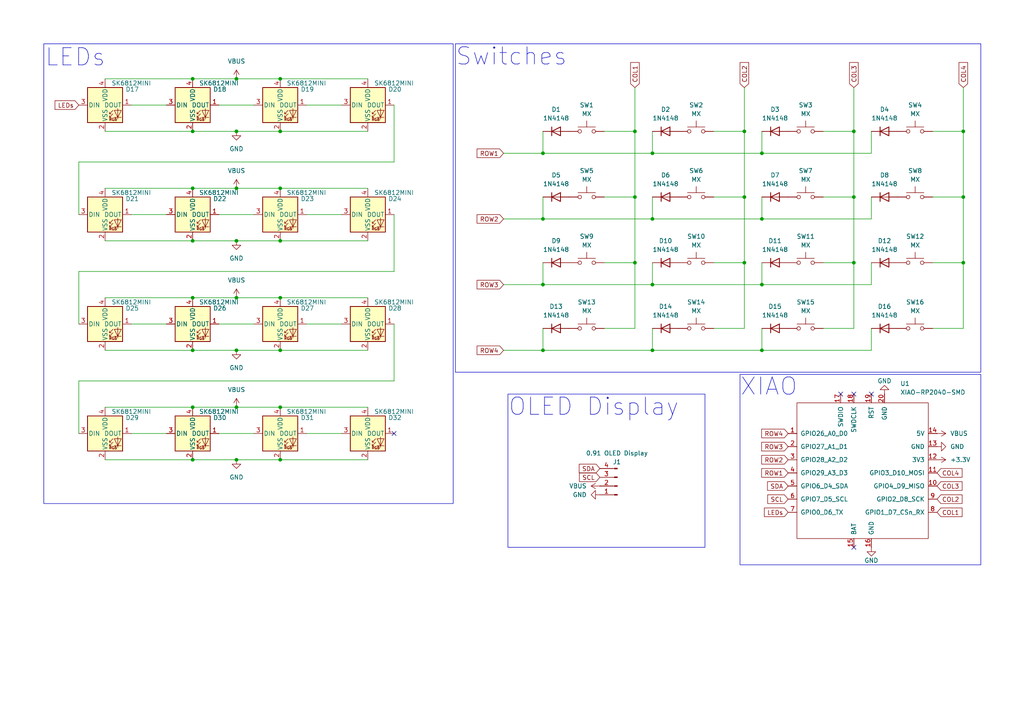
<source format=kicad_sch>
(kicad_sch
	(version 20250114)
	(generator "eeschema")
	(generator_version "9.0")
	(uuid "57f13450-5dc6-4098-8c85-95d65e397a8b")
	(paper "A4")
	(title_block
		(title "HackPad")
		(date "2025-11-29")
		(rev "V1")
		(company "NEO")
	)
	(lib_symbols
		(symbol "Connector:Conn_01x04_Pin"
			(pin_names
				(offset 1.016)
				(hide yes)
			)
			(exclude_from_sim no)
			(in_bom yes)
			(on_board yes)
			(property "Reference" "J"
				(at 0 5.08 0)
				(effects
					(font
						(size 1.27 1.27)
					)
				)
			)
			(property "Value" "Conn_01x04_Pin"
				(at 0 -7.62 0)
				(effects
					(font
						(size 1.27 1.27)
					)
				)
			)
			(property "Footprint" ""
				(at 0 0 0)
				(effects
					(font
						(size 1.27 1.27)
					)
					(hide yes)
				)
			)
			(property "Datasheet" "~"
				(at 0 0 0)
				(effects
					(font
						(size 1.27 1.27)
					)
					(hide yes)
				)
			)
			(property "Description" "Generic connector, single row, 01x04, script generated"
				(at 0 0 0)
				(effects
					(font
						(size 1.27 1.27)
					)
					(hide yes)
				)
			)
			(property "ki_locked" ""
				(at 0 0 0)
				(effects
					(font
						(size 1.27 1.27)
					)
				)
			)
			(property "ki_keywords" "connector"
				(at 0 0 0)
				(effects
					(font
						(size 1.27 1.27)
					)
					(hide yes)
				)
			)
			(property "ki_fp_filters" "Connector*:*_1x??_*"
				(at 0 0 0)
				(effects
					(font
						(size 1.27 1.27)
					)
					(hide yes)
				)
			)
			(symbol "Conn_01x04_Pin_1_1"
				(rectangle
					(start 0.8636 2.667)
					(end 0 2.413)
					(stroke
						(width 0.1524)
						(type default)
					)
					(fill
						(type outline)
					)
				)
				(rectangle
					(start 0.8636 0.127)
					(end 0 -0.127)
					(stroke
						(width 0.1524)
						(type default)
					)
					(fill
						(type outline)
					)
				)
				(rectangle
					(start 0.8636 -2.413)
					(end 0 -2.667)
					(stroke
						(width 0.1524)
						(type default)
					)
					(fill
						(type outline)
					)
				)
				(rectangle
					(start 0.8636 -4.953)
					(end 0 -5.207)
					(stroke
						(width 0.1524)
						(type default)
					)
					(fill
						(type outline)
					)
				)
				(polyline
					(pts
						(xy 1.27 2.54) (xy 0.8636 2.54)
					)
					(stroke
						(width 0.1524)
						(type default)
					)
					(fill
						(type none)
					)
				)
				(polyline
					(pts
						(xy 1.27 0) (xy 0.8636 0)
					)
					(stroke
						(width 0.1524)
						(type default)
					)
					(fill
						(type none)
					)
				)
				(polyline
					(pts
						(xy 1.27 -2.54) (xy 0.8636 -2.54)
					)
					(stroke
						(width 0.1524)
						(type default)
					)
					(fill
						(type none)
					)
				)
				(polyline
					(pts
						(xy 1.27 -5.08) (xy 0.8636 -5.08)
					)
					(stroke
						(width 0.1524)
						(type default)
					)
					(fill
						(type none)
					)
				)
				(pin passive line
					(at 5.08 2.54 180)
					(length 3.81)
					(name "Pin_1"
						(effects
							(font
								(size 1.27 1.27)
							)
						)
					)
					(number "1"
						(effects
							(font
								(size 1.27 1.27)
							)
						)
					)
				)
				(pin passive line
					(at 5.08 0 180)
					(length 3.81)
					(name "Pin_2"
						(effects
							(font
								(size 1.27 1.27)
							)
						)
					)
					(number "2"
						(effects
							(font
								(size 1.27 1.27)
							)
						)
					)
				)
				(pin passive line
					(at 5.08 -2.54 180)
					(length 3.81)
					(name "Pin_3"
						(effects
							(font
								(size 1.27 1.27)
							)
						)
					)
					(number "3"
						(effects
							(font
								(size 1.27 1.27)
							)
						)
					)
				)
				(pin passive line
					(at 5.08 -5.08 180)
					(length 3.81)
					(name "Pin_4"
						(effects
							(font
								(size 1.27 1.27)
							)
						)
					)
					(number "4"
						(effects
							(font
								(size 1.27 1.27)
							)
						)
					)
				)
			)
			(embedded_fonts no)
		)
		(symbol "Device:D"
			(pin_numbers
				(hide yes)
			)
			(pin_names
				(offset 1.016)
				(hide yes)
			)
			(exclude_from_sim no)
			(in_bom yes)
			(on_board yes)
			(property "Reference" "D"
				(at 0 2.54 0)
				(effects
					(font
						(size 1.27 1.27)
					)
				)
			)
			(property "Value" "D"
				(at 0 -2.54 0)
				(effects
					(font
						(size 1.27 1.27)
					)
				)
			)
			(property "Footprint" ""
				(at 0 0 0)
				(effects
					(font
						(size 1.27 1.27)
					)
					(hide yes)
				)
			)
			(property "Datasheet" "~"
				(at 0 0 0)
				(effects
					(font
						(size 1.27 1.27)
					)
					(hide yes)
				)
			)
			(property "Description" "Diode"
				(at 0 0 0)
				(effects
					(font
						(size 1.27 1.27)
					)
					(hide yes)
				)
			)
			(property "Sim.Device" "D"
				(at 0 0 0)
				(effects
					(font
						(size 1.27 1.27)
					)
					(hide yes)
				)
			)
			(property "Sim.Pins" "1=K 2=A"
				(at 0 0 0)
				(effects
					(font
						(size 1.27 1.27)
					)
					(hide yes)
				)
			)
			(property "ki_keywords" "diode"
				(at 0 0 0)
				(effects
					(font
						(size 1.27 1.27)
					)
					(hide yes)
				)
			)
			(property "ki_fp_filters" "TO-???* *_Diode_* *SingleDiode* D_*"
				(at 0 0 0)
				(effects
					(font
						(size 1.27 1.27)
					)
					(hide yes)
				)
			)
			(symbol "D_0_1"
				(polyline
					(pts
						(xy -1.27 1.27) (xy -1.27 -1.27)
					)
					(stroke
						(width 0.254)
						(type default)
					)
					(fill
						(type none)
					)
				)
				(polyline
					(pts
						(xy 1.27 1.27) (xy 1.27 -1.27) (xy -1.27 0) (xy 1.27 1.27)
					)
					(stroke
						(width 0.254)
						(type default)
					)
					(fill
						(type none)
					)
				)
				(polyline
					(pts
						(xy 1.27 0) (xy -1.27 0)
					)
					(stroke
						(width 0)
						(type default)
					)
					(fill
						(type none)
					)
				)
			)
			(symbol "D_1_1"
				(pin passive line
					(at -3.81 0 0)
					(length 2.54)
					(name "K"
						(effects
							(font
								(size 1.27 1.27)
							)
						)
					)
					(number "1"
						(effects
							(font
								(size 1.27 1.27)
							)
						)
					)
				)
				(pin passive line
					(at 3.81 0 180)
					(length 2.54)
					(name "A"
						(effects
							(font
								(size 1.27 1.27)
							)
						)
					)
					(number "2"
						(effects
							(font
								(size 1.27 1.27)
							)
						)
					)
				)
			)
			(embedded_fonts no)
		)
		(symbol "LED:SK6812MINI"
			(pin_names
				(offset 0.254)
			)
			(exclude_from_sim no)
			(in_bom yes)
			(on_board yes)
			(property "Reference" "D"
				(at 5.08 5.715 0)
				(effects
					(font
						(size 1.27 1.27)
					)
					(justify right bottom)
				)
			)
			(property "Value" "SK6812MINI"
				(at 1.27 -5.715 0)
				(effects
					(font
						(size 1.27 1.27)
					)
					(justify left top)
				)
			)
			(property "Footprint" "LED_SMD:LED_SK6812MINI_PLCC4_3.5x3.5mm_P1.75mm"
				(at 1.27 -7.62 0)
				(effects
					(font
						(size 1.27 1.27)
					)
					(justify left top)
					(hide yes)
				)
			)
			(property "Datasheet" "https://cdn-shop.adafruit.com/product-files/2686/SK6812MINI_REV.01-1-2.pdf"
				(at 2.54 -9.525 0)
				(effects
					(font
						(size 1.27 1.27)
					)
					(justify left top)
					(hide yes)
				)
			)
			(property "Description" "RGB LED with integrated controller"
				(at 0 0 0)
				(effects
					(font
						(size 1.27 1.27)
					)
					(hide yes)
				)
			)
			(property "ki_keywords" "RGB LED NeoPixel Mini addressable"
				(at 0 0 0)
				(effects
					(font
						(size 1.27 1.27)
					)
					(hide yes)
				)
			)
			(property "ki_fp_filters" "LED*SK6812MINI*PLCC*3.5x3.5mm*P1.75mm*"
				(at 0 0 0)
				(effects
					(font
						(size 1.27 1.27)
					)
					(hide yes)
				)
			)
			(symbol "SK6812MINI_0_0"
				(text "RGB"
					(at 2.286 -4.191 0)
					(effects
						(font
							(size 0.762 0.762)
						)
					)
				)
			)
			(symbol "SK6812MINI_0_1"
				(polyline
					(pts
						(xy 1.27 -2.54) (xy 1.778 -2.54)
					)
					(stroke
						(width 0)
						(type default)
					)
					(fill
						(type none)
					)
				)
				(polyline
					(pts
						(xy 1.27 -3.556) (xy 1.778 -3.556)
					)
					(stroke
						(width 0)
						(type default)
					)
					(fill
						(type none)
					)
				)
				(polyline
					(pts
						(xy 2.286 -1.524) (xy 1.27 -2.54) (xy 1.27 -2.032)
					)
					(stroke
						(width 0)
						(type default)
					)
					(fill
						(type none)
					)
				)
				(polyline
					(pts
						(xy 2.286 -2.54) (xy 1.27 -3.556) (xy 1.27 -3.048)
					)
					(stroke
						(width 0)
						(type default)
					)
					(fill
						(type none)
					)
				)
				(polyline
					(pts
						(xy 3.683 -1.016) (xy 3.683 -3.556) (xy 3.683 -4.064)
					)
					(stroke
						(width 0)
						(type default)
					)
					(fill
						(type none)
					)
				)
				(polyline
					(pts
						(xy 4.699 -1.524) (xy 2.667 -1.524) (xy 3.683 -3.556) (xy 4.699 -1.524)
					)
					(stroke
						(width 0)
						(type default)
					)
					(fill
						(type none)
					)
				)
				(polyline
					(pts
						(xy 4.699 -3.556) (xy 2.667 -3.556)
					)
					(stroke
						(width 0)
						(type default)
					)
					(fill
						(type none)
					)
				)
				(rectangle
					(start 5.08 5.08)
					(end -5.08 -5.08)
					(stroke
						(width 0.254)
						(type default)
					)
					(fill
						(type background)
					)
				)
			)
			(symbol "SK6812MINI_1_1"
				(pin input line
					(at -7.62 0 0)
					(length 2.54)
					(name "DIN"
						(effects
							(font
								(size 1.27 1.27)
							)
						)
					)
					(number "3"
						(effects
							(font
								(size 1.27 1.27)
							)
						)
					)
				)
				(pin power_in line
					(at 0 7.62 270)
					(length 2.54)
					(name "VDD"
						(effects
							(font
								(size 1.27 1.27)
							)
						)
					)
					(number "4"
						(effects
							(font
								(size 1.27 1.27)
							)
						)
					)
				)
				(pin power_in line
					(at 0 -7.62 90)
					(length 2.54)
					(name "VSS"
						(effects
							(font
								(size 1.27 1.27)
							)
						)
					)
					(number "2"
						(effects
							(font
								(size 1.27 1.27)
							)
						)
					)
				)
				(pin output line
					(at 7.62 0 180)
					(length 2.54)
					(name "DOUT"
						(effects
							(font
								(size 1.27 1.27)
							)
						)
					)
					(number "1"
						(effects
							(font
								(size 1.27 1.27)
							)
						)
					)
				)
			)
			(embedded_fonts no)
		)
		(symbol "OPL_XIAO:XIAO-RP2040-SMD"
			(pin_names
				(offset 1.016)
			)
			(exclude_from_sim no)
			(in_bom yes)
			(on_board yes)
			(property "Reference" "U"
				(at -18.542 23.114 0)
				(effects
					(font
						(size 1.27 1.27)
					)
				)
			)
			(property "Value" "XIAO-RP2040-SMD"
				(at -8.382 21.336 0)
				(effects
					(font
						(size 1.27 1.27)
					)
				)
			)
			(property "Footprint" ""
				(at -8.89 5.08 0)
				(effects
					(font
						(size 1.27 1.27)
					)
					(hide yes)
				)
			)
			(property "Datasheet" ""
				(at -8.89 5.08 0)
				(effects
					(font
						(size 1.27 1.27)
					)
					(hide yes)
				)
			)
			(property "Description" ""
				(at 0 0 0)
				(effects
					(font
						(size 1.27 1.27)
					)
					(hide yes)
				)
			)
			(symbol "XIAO-RP2040-SMD_0_1"
				(rectangle
					(start 19.05 -19.05)
					(end -19.05 20.32)
					(stroke
						(width 0)
						(type default)
					)
					(fill
						(type none)
					)
				)
			)
			(symbol "XIAO-RP2040-SMD_1_1"
				(pin passive line
					(at -21.59 11.43 0)
					(length 2.54)
					(name "GPIO26_A0_D0"
						(effects
							(font
								(size 1.27 1.27)
							)
						)
					)
					(number "1"
						(effects
							(font
								(size 1.27 1.27)
							)
						)
					)
				)
				(pin passive line
					(at -21.59 7.62 0)
					(length 2.54)
					(name "GPIO27_A1_D1"
						(effects
							(font
								(size 1.27 1.27)
							)
						)
					)
					(number "2"
						(effects
							(font
								(size 1.27 1.27)
							)
						)
					)
				)
				(pin passive line
					(at -21.59 3.81 0)
					(length 2.54)
					(name "GPIO28_A2_D2"
						(effects
							(font
								(size 1.27 1.27)
							)
						)
					)
					(number "3"
						(effects
							(font
								(size 1.27 1.27)
							)
						)
					)
				)
				(pin passive line
					(at -21.59 0 0)
					(length 2.54)
					(name "GPIO29_A3_D3"
						(effects
							(font
								(size 1.27 1.27)
							)
						)
					)
					(number "4"
						(effects
							(font
								(size 1.27 1.27)
							)
						)
					)
				)
				(pin passive line
					(at -21.59 -3.81 0)
					(length 2.54)
					(name "GPIO6_D4_SDA"
						(effects
							(font
								(size 1.27 1.27)
							)
						)
					)
					(number "5"
						(effects
							(font
								(size 1.27 1.27)
							)
						)
					)
				)
				(pin passive line
					(at -21.59 -7.62 0)
					(length 2.54)
					(name "GPIO7_D5_SCL"
						(effects
							(font
								(size 1.27 1.27)
							)
						)
					)
					(number "6"
						(effects
							(font
								(size 1.27 1.27)
							)
						)
					)
				)
				(pin passive line
					(at -21.59 -11.43 0)
					(length 2.54)
					(name "GPIO0_D6_TX"
						(effects
							(font
								(size 1.27 1.27)
							)
						)
					)
					(number "7"
						(effects
							(font
								(size 1.27 1.27)
							)
						)
					)
				)
				(pin passive line
					(at -6.35 22.86 270)
					(length 2.54)
					(name "SWDIO"
						(effects
							(font
								(size 1.27 1.27)
							)
						)
					)
					(number "17"
						(effects
							(font
								(size 1.27 1.27)
							)
						)
					)
				)
				(pin passive line
					(at -2.54 22.86 270)
					(length 2.54)
					(name "SWDCLK"
						(effects
							(font
								(size 1.27 1.27)
							)
						)
					)
					(number "18"
						(effects
							(font
								(size 1.27 1.27)
							)
						)
					)
				)
				(pin passive line
					(at -2.54 -21.59 90)
					(length 2.54)
					(name "BAT"
						(effects
							(font
								(size 1.27 1.27)
							)
						)
					)
					(number "15"
						(effects
							(font
								(size 1.27 1.27)
							)
						)
					)
				)
				(pin passive line
					(at 2.54 22.86 270)
					(length 2.54)
					(name "RST"
						(effects
							(font
								(size 1.27 1.27)
							)
						)
					)
					(number "19"
						(effects
							(font
								(size 1.27 1.27)
							)
						)
					)
				)
				(pin passive line
					(at 2.54 -21.59 90)
					(length 2.54)
					(name "GND"
						(effects
							(font
								(size 1.27 1.27)
							)
						)
					)
					(number "16"
						(effects
							(font
								(size 1.27 1.27)
							)
						)
					)
				)
				(pin passive line
					(at 6.35 22.86 270)
					(length 2.54)
					(name "GND"
						(effects
							(font
								(size 1.27 1.27)
							)
						)
					)
					(number "20"
						(effects
							(font
								(size 1.27 1.27)
							)
						)
					)
				)
				(pin passive line
					(at 21.59 11.43 180)
					(length 2.54)
					(name "5V"
						(effects
							(font
								(size 1.27 1.27)
							)
						)
					)
					(number "14"
						(effects
							(font
								(size 1.27 1.27)
							)
						)
					)
				)
				(pin passive line
					(at 21.59 7.62 180)
					(length 2.54)
					(name "GND"
						(effects
							(font
								(size 1.27 1.27)
							)
						)
					)
					(number "13"
						(effects
							(font
								(size 1.27 1.27)
							)
						)
					)
				)
				(pin passive line
					(at 21.59 3.81 180)
					(length 2.54)
					(name "3V3"
						(effects
							(font
								(size 1.27 1.27)
							)
						)
					)
					(number "12"
						(effects
							(font
								(size 1.27 1.27)
							)
						)
					)
				)
				(pin passive line
					(at 21.59 0 180)
					(length 2.54)
					(name "GPIO3_D10_MOSI"
						(effects
							(font
								(size 1.27 1.27)
							)
						)
					)
					(number "11"
						(effects
							(font
								(size 1.27 1.27)
							)
						)
					)
				)
				(pin passive line
					(at 21.59 -3.81 180)
					(length 2.54)
					(name "GPIO4_D9_MISO"
						(effects
							(font
								(size 1.27 1.27)
							)
						)
					)
					(number "10"
						(effects
							(font
								(size 1.27 1.27)
							)
						)
					)
				)
				(pin passive line
					(at 21.59 -7.62 180)
					(length 2.54)
					(name "GPIO2_D8_SCK"
						(effects
							(font
								(size 1.27 1.27)
							)
						)
					)
					(number "9"
						(effects
							(font
								(size 1.27 1.27)
							)
						)
					)
				)
				(pin passive line
					(at 21.59 -11.43 180)
					(length 2.54)
					(name "GPIO1_D7_CSn_RX"
						(effects
							(font
								(size 1.27 1.27)
							)
						)
					)
					(number "8"
						(effects
							(font
								(size 1.27 1.27)
							)
						)
					)
				)
			)
			(embedded_fonts no)
		)
		(symbol "Switch:SW_Push"
			(pin_numbers
				(hide yes)
			)
			(pin_names
				(offset 1.016)
				(hide yes)
			)
			(exclude_from_sim no)
			(in_bom yes)
			(on_board yes)
			(property "Reference" "SW"
				(at 1.27 2.54 0)
				(effects
					(font
						(size 1.27 1.27)
					)
					(justify left)
				)
			)
			(property "Value" "SW_Push"
				(at 0 -1.524 0)
				(effects
					(font
						(size 1.27 1.27)
					)
				)
			)
			(property "Footprint" ""
				(at 0 5.08 0)
				(effects
					(font
						(size 1.27 1.27)
					)
					(hide yes)
				)
			)
			(property "Datasheet" "~"
				(at 0 5.08 0)
				(effects
					(font
						(size 1.27 1.27)
					)
					(hide yes)
				)
			)
			(property "Description" "Push button switch, generic, two pins"
				(at 0 0 0)
				(effects
					(font
						(size 1.27 1.27)
					)
					(hide yes)
				)
			)
			(property "ki_keywords" "switch normally-open pushbutton push-button"
				(at 0 0 0)
				(effects
					(font
						(size 1.27 1.27)
					)
					(hide yes)
				)
			)
			(symbol "SW_Push_0_1"
				(circle
					(center -2.032 0)
					(radius 0.508)
					(stroke
						(width 0)
						(type default)
					)
					(fill
						(type none)
					)
				)
				(polyline
					(pts
						(xy 0 1.27) (xy 0 3.048)
					)
					(stroke
						(width 0)
						(type default)
					)
					(fill
						(type none)
					)
				)
				(circle
					(center 2.032 0)
					(radius 0.508)
					(stroke
						(width 0)
						(type default)
					)
					(fill
						(type none)
					)
				)
				(polyline
					(pts
						(xy 2.54 1.27) (xy -2.54 1.27)
					)
					(stroke
						(width 0)
						(type default)
					)
					(fill
						(type none)
					)
				)
				(pin passive line
					(at -5.08 0 0)
					(length 2.54)
					(name "1"
						(effects
							(font
								(size 1.27 1.27)
							)
						)
					)
					(number "1"
						(effects
							(font
								(size 1.27 1.27)
							)
						)
					)
				)
				(pin passive line
					(at 5.08 0 180)
					(length 2.54)
					(name "2"
						(effects
							(font
								(size 1.27 1.27)
							)
						)
					)
					(number "2"
						(effects
							(font
								(size 1.27 1.27)
							)
						)
					)
				)
			)
			(embedded_fonts no)
		)
		(symbol "power:+3.3V"
			(power)
			(pin_numbers
				(hide yes)
			)
			(pin_names
				(offset 0)
				(hide yes)
			)
			(exclude_from_sim no)
			(in_bom yes)
			(on_board yes)
			(property "Reference" "#PWR"
				(at 0 -3.81 0)
				(effects
					(font
						(size 1.27 1.27)
					)
					(hide yes)
				)
			)
			(property "Value" "+3.3V"
				(at 0 3.556 0)
				(effects
					(font
						(size 1.27 1.27)
					)
				)
			)
			(property "Footprint" ""
				(at 0 0 0)
				(effects
					(font
						(size 1.27 1.27)
					)
					(hide yes)
				)
			)
			(property "Datasheet" ""
				(at 0 0 0)
				(effects
					(font
						(size 1.27 1.27)
					)
					(hide yes)
				)
			)
			(property "Description" "Power symbol creates a global label with name \"+3.3V\""
				(at 0 0 0)
				(effects
					(font
						(size 1.27 1.27)
					)
					(hide yes)
				)
			)
			(property "ki_keywords" "global power"
				(at 0 0 0)
				(effects
					(font
						(size 1.27 1.27)
					)
					(hide yes)
				)
			)
			(symbol "+3.3V_0_1"
				(polyline
					(pts
						(xy -0.762 1.27) (xy 0 2.54)
					)
					(stroke
						(width 0)
						(type default)
					)
					(fill
						(type none)
					)
				)
				(polyline
					(pts
						(xy 0 2.54) (xy 0.762 1.27)
					)
					(stroke
						(width 0)
						(type default)
					)
					(fill
						(type none)
					)
				)
				(polyline
					(pts
						(xy 0 0) (xy 0 2.54)
					)
					(stroke
						(width 0)
						(type default)
					)
					(fill
						(type none)
					)
				)
			)
			(symbol "+3.3V_1_1"
				(pin power_in line
					(at 0 0 90)
					(length 0)
					(name "~"
						(effects
							(font
								(size 1.27 1.27)
							)
						)
					)
					(number "1"
						(effects
							(font
								(size 1.27 1.27)
							)
						)
					)
				)
			)
			(embedded_fonts no)
		)
		(symbol "power:GND"
			(power)
			(pin_numbers
				(hide yes)
			)
			(pin_names
				(offset 0)
				(hide yes)
			)
			(exclude_from_sim no)
			(in_bom yes)
			(on_board yes)
			(property "Reference" "#PWR"
				(at 0 -6.35 0)
				(effects
					(font
						(size 1.27 1.27)
					)
					(hide yes)
				)
			)
			(property "Value" "GND"
				(at 0 -3.81 0)
				(effects
					(font
						(size 1.27 1.27)
					)
				)
			)
			(property "Footprint" ""
				(at 0 0 0)
				(effects
					(font
						(size 1.27 1.27)
					)
					(hide yes)
				)
			)
			(property "Datasheet" ""
				(at 0 0 0)
				(effects
					(font
						(size 1.27 1.27)
					)
					(hide yes)
				)
			)
			(property "Description" "Power symbol creates a global label with name \"GND\" , ground"
				(at 0 0 0)
				(effects
					(font
						(size 1.27 1.27)
					)
					(hide yes)
				)
			)
			(property "ki_keywords" "global power"
				(at 0 0 0)
				(effects
					(font
						(size 1.27 1.27)
					)
					(hide yes)
				)
			)
			(symbol "GND_0_1"
				(polyline
					(pts
						(xy 0 0) (xy 0 -1.27) (xy 1.27 -1.27) (xy 0 -2.54) (xy -1.27 -1.27) (xy 0 -1.27)
					)
					(stroke
						(width 0)
						(type default)
					)
					(fill
						(type none)
					)
				)
			)
			(symbol "GND_1_1"
				(pin power_in line
					(at 0 0 270)
					(length 0)
					(name "~"
						(effects
							(font
								(size 1.27 1.27)
							)
						)
					)
					(number "1"
						(effects
							(font
								(size 1.27 1.27)
							)
						)
					)
				)
			)
			(embedded_fonts no)
		)
		(symbol "power:VBUS"
			(power)
			(pin_numbers
				(hide yes)
			)
			(pin_names
				(offset 0)
				(hide yes)
			)
			(exclude_from_sim no)
			(in_bom yes)
			(on_board yes)
			(property "Reference" "#PWR"
				(at 0 -3.81 0)
				(effects
					(font
						(size 1.27 1.27)
					)
					(hide yes)
				)
			)
			(property "Value" "VBUS"
				(at 0 3.556 0)
				(effects
					(font
						(size 1.27 1.27)
					)
				)
			)
			(property "Footprint" ""
				(at 0 0 0)
				(effects
					(font
						(size 1.27 1.27)
					)
					(hide yes)
				)
			)
			(property "Datasheet" ""
				(at 0 0 0)
				(effects
					(font
						(size 1.27 1.27)
					)
					(hide yes)
				)
			)
			(property "Description" "Power symbol creates a global label with name \"VBUS\""
				(at 0 0 0)
				(effects
					(font
						(size 1.27 1.27)
					)
					(hide yes)
				)
			)
			(property "ki_keywords" "global power"
				(at 0 0 0)
				(effects
					(font
						(size 1.27 1.27)
					)
					(hide yes)
				)
			)
			(symbol "VBUS_0_1"
				(polyline
					(pts
						(xy -0.762 1.27) (xy 0 2.54)
					)
					(stroke
						(width 0)
						(type default)
					)
					(fill
						(type none)
					)
				)
				(polyline
					(pts
						(xy 0 2.54) (xy 0.762 1.27)
					)
					(stroke
						(width 0)
						(type default)
					)
					(fill
						(type none)
					)
				)
				(polyline
					(pts
						(xy 0 0) (xy 0 2.54)
					)
					(stroke
						(width 0)
						(type default)
					)
					(fill
						(type none)
					)
				)
			)
			(symbol "VBUS_1_1"
				(pin power_in line
					(at 0 0 90)
					(length 0)
					(name "~"
						(effects
							(font
								(size 1.27 1.27)
							)
						)
					)
					(number "1"
						(effects
							(font
								(size 1.27 1.27)
							)
						)
					)
				)
			)
			(embedded_fonts no)
		)
	)
	(rectangle
		(start 12.7 12.7)
		(end 131.445 146.05)
		(stroke
			(width 0)
			(type default)
		)
		(fill
			(type none)
		)
		(uuid 2238e15e-f051-4794-ab0a-e19580424cf3)
	)
	(rectangle
		(start 214.63 108.585)
		(end 284.48 163.83)
		(stroke
			(width 0)
			(type default)
		)
		(fill
			(type none)
		)
		(uuid 52ce6a26-c39f-4277-8888-345f8640b2ec)
	)
	(rectangle
		(start 132.08 12.7)
		(end 284.48 107.95)
		(stroke
			(width 0)
			(type default)
		)
		(fill
			(type none)
		)
		(uuid 6e5917a2-ff85-420f-a256-2e3c004ae698)
	)
	(rectangle
		(start 147.32 114.3)
		(end 204.47 158.75)
		(stroke
			(width 0)
			(type default)
		)
		(fill
			(type none)
		)
		(uuid fa704af5-8536-40ad-ab52-99f117ed4fc9)
	)
	(text "LEDs\n"
		(exclude_from_sim no)
		(at 21.844 16.764 0)
		(effects
			(font
				(size 5 5)
			)
		)
		(uuid "4f32ad29-7623-47b5-938e-ed4b2e3eaf13")
	)
	(text "Switches"
		(exclude_from_sim no)
		(at 148.336 16.51 0)
		(effects
			(font
				(size 5 5)
			)
		)
		(uuid "72ea3a14-4555-46a5-b9d9-b3eec44807fa")
	)
	(text "XIAO\n"
		(exclude_from_sim no)
		(at 223.012 112.268 0)
		(effects
			(font
				(size 5 5)
			)
		)
		(uuid "a6e20f97-ff8d-4ae7-a9d9-4b05e1a68408")
	)
	(text "OLED Display"
		(exclude_from_sim no)
		(at 172.212 118.11 0)
		(effects
			(font
				(size 5 5)
			)
		)
		(uuid "aed31e15-68b6-46d6-bacc-803b5c1307ae")
	)
	(junction
		(at 55.88 69.85)
		(diameter 0)
		(color 0 0 0 0)
		(uuid "02a91d29-fb99-4193-834a-bdc2af69d862")
	)
	(junction
		(at 247.65 76.2)
		(diameter 0)
		(color 0 0 0 0)
		(uuid "09775731-9e2d-4077-8c2b-4486d533096b")
	)
	(junction
		(at 189.23 44.45)
		(diameter 0)
		(color 0 0 0 0)
		(uuid "0b413376-da58-478b-ae4c-2418159cefa6")
	)
	(junction
		(at 247.65 38.1)
		(diameter 0)
		(color 0 0 0 0)
		(uuid "0f36134d-1317-40b4-b226-edf27780752c")
	)
	(junction
		(at 157.48 101.6)
		(diameter 0)
		(color 0 0 0 0)
		(uuid "0fe1f334-65dc-4f6c-baf2-321f5118a224")
	)
	(junction
		(at 68.58 86.36)
		(diameter 0)
		(color 0 0 0 0)
		(uuid "1095a7b7-2451-470e-9a90-f8ff991d4dfe")
	)
	(junction
		(at 215.9 76.2)
		(diameter 0)
		(color 0 0 0 0)
		(uuid "162ea961-2768-4995-8361-36b6f7723fa5")
	)
	(junction
		(at 68.58 38.1)
		(diameter 0)
		(color 0 0 0 0)
		(uuid "16c23127-d232-4546-bda4-140c1d832e7c")
	)
	(junction
		(at 184.15 38.1)
		(diameter 0)
		(color 0 0 0 0)
		(uuid "1b58431e-a162-419e-92bd-bdc63e38645b")
	)
	(junction
		(at 81.28 69.85)
		(diameter 0)
		(color 0 0 0 0)
		(uuid "260f2ba5-fa26-401b-bbdc-f87b005c6c4a")
	)
	(junction
		(at 68.58 54.61)
		(diameter 0)
		(color 0 0 0 0)
		(uuid "2b9cc8be-ab46-43f2-a8ce-6232f0b341ca")
	)
	(junction
		(at 215.9 57.15)
		(diameter 0)
		(color 0 0 0 0)
		(uuid "375971d8-017f-4630-b85a-ab7aa5120eda")
	)
	(junction
		(at 220.98 44.45)
		(diameter 0)
		(color 0 0 0 0)
		(uuid "3a49a14a-6cfe-4030-9439-342e6d1f426a")
	)
	(junction
		(at 247.65 57.15)
		(diameter 0)
		(color 0 0 0 0)
		(uuid "4199b530-ee18-4619-b4bb-7af1ea3bef4b")
	)
	(junction
		(at 68.58 22.86)
		(diameter 0)
		(color 0 0 0 0)
		(uuid "48deea14-8763-4e9d-931a-35492f2d9fe0")
	)
	(junction
		(at 55.88 54.61)
		(diameter 0)
		(color 0 0 0 0)
		(uuid "4c50d253-d0d7-470b-8490-378a013d552c")
	)
	(junction
		(at 81.28 118.11)
		(diameter 0)
		(color 0 0 0 0)
		(uuid "4d44651b-8f36-4430-8ed0-7703f27c2110")
	)
	(junction
		(at 189.23 63.5)
		(diameter 0)
		(color 0 0 0 0)
		(uuid "5bfe4ca3-b33d-4e71-a936-be2ac46ded0f")
	)
	(junction
		(at 55.88 118.11)
		(diameter 0)
		(color 0 0 0 0)
		(uuid "5d51148b-7033-4b23-b2c7-bda7075ee460")
	)
	(junction
		(at 157.48 63.5)
		(diameter 0)
		(color 0 0 0 0)
		(uuid "5e19e936-03eb-4a4f-9f7a-4909dc741683")
	)
	(junction
		(at 81.28 101.6)
		(diameter 0)
		(color 0 0 0 0)
		(uuid "6339eef2-7b63-4e9b-9dcb-32a2e639078a")
	)
	(junction
		(at 81.28 22.86)
		(diameter 0)
		(color 0 0 0 0)
		(uuid "73dc7839-af7e-4460-aac7-a7842819d1b5")
	)
	(junction
		(at 220.98 63.5)
		(diameter 0)
		(color 0 0 0 0)
		(uuid "77b74cf2-bd60-44b6-a50e-f111daeb6bb9")
	)
	(junction
		(at 55.88 101.6)
		(diameter 0)
		(color 0 0 0 0)
		(uuid "7939672f-672a-4153-951f-7f9423fd661c")
	)
	(junction
		(at 81.28 38.1)
		(diameter 0)
		(color 0 0 0 0)
		(uuid "79879587-4a15-4d6b-8043-b1ff5674e41e")
	)
	(junction
		(at 184.15 57.15)
		(diameter 0)
		(color 0 0 0 0)
		(uuid "7abb314b-34cc-4e71-a960-752ad77191c0")
	)
	(junction
		(at 279.4 38.1)
		(diameter 0)
		(color 0 0 0 0)
		(uuid "8d265cff-ac69-425c-8f02-811a18159174")
	)
	(junction
		(at 215.9 38.1)
		(diameter 0)
		(color 0 0 0 0)
		(uuid "8f6575c1-dd8b-4868-9387-d81915b5a815")
	)
	(junction
		(at 68.58 118.11)
		(diameter 0)
		(color 0 0 0 0)
		(uuid "90d238d5-97d7-4bda-864c-45dc36227771")
	)
	(junction
		(at 189.23 101.6)
		(diameter 0)
		(color 0 0 0 0)
		(uuid "93422825-fb77-4801-9e9d-d58b6c47587d")
	)
	(junction
		(at 81.28 86.36)
		(diameter 0)
		(color 0 0 0 0)
		(uuid "94842a57-df7b-42ff-ab56-ca6ddfcea853")
	)
	(junction
		(at 81.28 133.35)
		(diameter 0)
		(color 0 0 0 0)
		(uuid "9b377c93-d40f-488b-8f20-d50c0cf02a4d")
	)
	(junction
		(at 184.15 76.2)
		(diameter 0)
		(color 0 0 0 0)
		(uuid "9db9fdf2-3a83-423d-8453-93fa52c06935")
	)
	(junction
		(at 279.4 76.2)
		(diameter 0)
		(color 0 0 0 0)
		(uuid "9eb9d227-e630-44c4-9428-a0e3b67873c9")
	)
	(junction
		(at 55.88 38.1)
		(diameter 0)
		(color 0 0 0 0)
		(uuid "a439a7cd-bfab-44d6-887e-41e7dc8cd7fd")
	)
	(junction
		(at 279.4 57.15)
		(diameter 0)
		(color 0 0 0 0)
		(uuid "a9087580-eea9-4fba-a748-0dfdf59f7d8a")
	)
	(junction
		(at 55.88 133.35)
		(diameter 0)
		(color 0 0 0 0)
		(uuid "b12c733d-4153-4c76-8696-d97daa4e1830")
	)
	(junction
		(at 55.88 86.36)
		(diameter 0)
		(color 0 0 0 0)
		(uuid "b93b62ba-31e7-4206-8585-a1018b4fa1ad")
	)
	(junction
		(at 68.58 101.6)
		(diameter 0)
		(color 0 0 0 0)
		(uuid "c480d84b-0f9c-4576-873e-032d65553846")
	)
	(junction
		(at 157.48 82.55)
		(diameter 0)
		(color 0 0 0 0)
		(uuid "cab8436e-1a0d-4b0a-ac53-db5aa3dbe0f2")
	)
	(junction
		(at 220.98 101.6)
		(diameter 0)
		(color 0 0 0 0)
		(uuid "ce354145-8e3c-42fc-bb05-c66307924d16")
	)
	(junction
		(at 157.48 44.45)
		(diameter 0)
		(color 0 0 0 0)
		(uuid "d4368754-46d7-4ea2-a422-b2995a32481e")
	)
	(junction
		(at 55.88 22.86)
		(diameter 0)
		(color 0 0 0 0)
		(uuid "d5413835-0e60-47be-89cb-19e12b2f408c")
	)
	(junction
		(at 220.98 82.55)
		(diameter 0)
		(color 0 0 0 0)
		(uuid "e79190f2-ee0e-449f-9fc8-0789cdf8ad50")
	)
	(junction
		(at 68.58 133.35)
		(diameter 0)
		(color 0 0 0 0)
		(uuid "ef13d3e1-dff1-4a4f-ba92-2ae8c8dca328")
	)
	(junction
		(at 189.23 82.55)
		(diameter 0)
		(color 0 0 0 0)
		(uuid "efe34381-cafd-4da3-9aed-6f9d64aa69e4")
	)
	(junction
		(at 68.58 69.85)
		(diameter 0)
		(color 0 0 0 0)
		(uuid "f59d6aa0-cfc4-4a7a-afc0-6ef3bf3b2931")
	)
	(junction
		(at 81.28 54.61)
		(diameter 0)
		(color 0 0 0 0)
		(uuid "f5be70fe-2688-4a7d-a299-04cfd4a5867c")
	)
	(no_connect
		(at 243.84 114.3)
		(uuid "26136df3-3d10-4194-a0b2-05c83b2861dc")
	)
	(no_connect
		(at 252.73 114.3)
		(uuid "74af7cc9-d076-4d4d-ba6b-16e584d6828c")
	)
	(no_connect
		(at 114.3 125.73)
		(uuid "9e4436fd-a957-4d17-80ee-45db624098e4")
	)
	(no_connect
		(at 247.65 158.75)
		(uuid "c9bc089c-dff1-4da2-9eae-d66c6a5ad2c5")
	)
	(no_connect
		(at 247.65 114.3)
		(uuid "f2d797a7-b6f8-4e06-ac45-3f9c9544f27d")
	)
	(wire
		(pts
			(xy 88.9 62.23) (xy 99.06 62.23)
		)
		(stroke
			(width 0)
			(type default)
		)
		(uuid "0122b9d2-f57f-43b3-9bf9-6c20194ace66")
	)
	(wire
		(pts
			(xy 68.58 38.1) (xy 81.28 38.1)
		)
		(stroke
			(width 0)
			(type default)
		)
		(uuid "012a3152-0366-4099-8402-c384a935072c")
	)
	(wire
		(pts
			(xy 252.73 44.45) (xy 252.73 38.1)
		)
		(stroke
			(width 0)
			(type default)
		)
		(uuid "0183d3f7-7b06-43f0-8240-720f2e990456")
	)
	(wire
		(pts
			(xy 88.9 125.73) (xy 99.06 125.73)
		)
		(stroke
			(width 0)
			(type default)
		)
		(uuid "0596f28c-f905-43f4-a476-b2d5ce76389f")
	)
	(wire
		(pts
			(xy 207.01 95.25) (xy 215.9 95.25)
		)
		(stroke
			(width 0)
			(type default)
		)
		(uuid "08b216df-8561-46a8-b444-8f426772d42f")
	)
	(wire
		(pts
			(xy 175.26 76.2) (xy 184.15 76.2)
		)
		(stroke
			(width 0)
			(type default)
		)
		(uuid "08bbaf43-72b0-4b64-a84b-f0865748d9b6")
	)
	(wire
		(pts
			(xy 207.01 57.15) (xy 215.9 57.15)
		)
		(stroke
			(width 0)
			(type default)
		)
		(uuid "142008d6-a9a2-49d7-98c0-7f678b7f5a08")
	)
	(wire
		(pts
			(xy 30.48 54.61) (xy 55.88 54.61)
		)
		(stroke
			(width 0)
			(type default)
		)
		(uuid "153fde44-1d48-42d5-bbab-400b0f6dde5e")
	)
	(wire
		(pts
			(xy 279.4 25.4) (xy 279.4 38.1)
		)
		(stroke
			(width 0)
			(type default)
		)
		(uuid "1586fe43-7159-44da-b111-b39324163101")
	)
	(wire
		(pts
			(xy 63.5 93.98) (xy 73.66 93.98)
		)
		(stroke
			(width 0)
			(type default)
		)
		(uuid "17ab8c9c-a36a-4532-8785-266328c71122")
	)
	(wire
		(pts
			(xy 55.88 118.11) (xy 68.58 118.11)
		)
		(stroke
			(width 0)
			(type default)
		)
		(uuid "17f54716-3e09-4d06-89d7-445d50b22475")
	)
	(wire
		(pts
			(xy 189.23 95.25) (xy 189.23 101.6)
		)
		(stroke
			(width 0)
			(type default)
		)
		(uuid "18106ae9-f0a9-4ed9-8f43-8996ee45d30e")
	)
	(wire
		(pts
			(xy 114.3 46.99) (xy 22.86 46.99)
		)
		(stroke
			(width 0)
			(type default)
		)
		(uuid "18d7bc4f-50cb-44bd-b9c0-1acbce78c5a5")
	)
	(wire
		(pts
			(xy 189.23 101.6) (xy 220.98 101.6)
		)
		(stroke
			(width 0)
			(type default)
		)
		(uuid "1da6a835-944b-4f48-9742-f5b8666edf77")
	)
	(wire
		(pts
			(xy 247.65 25.4) (xy 247.65 38.1)
		)
		(stroke
			(width 0)
			(type default)
		)
		(uuid "1e9a90b5-177a-4e64-b4e1-4aa5ed023c97")
	)
	(wire
		(pts
			(xy 157.48 57.15) (xy 157.48 63.5)
		)
		(stroke
			(width 0)
			(type default)
		)
		(uuid "1ef2e3fd-9d19-4db2-9e6e-512cb82bb8b2")
	)
	(wire
		(pts
			(xy 30.48 86.36) (xy 55.88 86.36)
		)
		(stroke
			(width 0)
			(type default)
		)
		(uuid "1f505524-d235-432d-9e98-4dbcf5884b92")
	)
	(wire
		(pts
			(xy 88.9 93.98) (xy 99.06 93.98)
		)
		(stroke
			(width 0)
			(type default)
		)
		(uuid "2097d0a6-d05f-497e-85f0-daf32f705fb9")
	)
	(wire
		(pts
			(xy 157.48 95.25) (xy 157.48 101.6)
		)
		(stroke
			(width 0)
			(type default)
		)
		(uuid "24e55755-ca77-474a-bcf6-612fffcb16a9")
	)
	(wire
		(pts
			(xy 55.88 69.85) (xy 68.58 69.85)
		)
		(stroke
			(width 0)
			(type default)
		)
		(uuid "267a7c08-a830-4880-bea1-99fffdb0ea02")
	)
	(wire
		(pts
			(xy 55.88 86.36) (xy 68.58 86.36)
		)
		(stroke
			(width 0)
			(type default)
		)
		(uuid "2aa05764-6f15-4249-a04f-a4a60e6aac29")
	)
	(wire
		(pts
			(xy 55.88 38.1) (xy 68.58 38.1)
		)
		(stroke
			(width 0)
			(type default)
		)
		(uuid "2ad30a5b-c164-4e4c-8416-3970793b2e48")
	)
	(wire
		(pts
			(xy 157.48 38.1) (xy 157.48 44.45)
		)
		(stroke
			(width 0)
			(type default)
		)
		(uuid "2cc32ad1-a502-45f1-9360-efe7759124a0")
	)
	(wire
		(pts
			(xy 38.1 62.23) (xy 48.26 62.23)
		)
		(stroke
			(width 0)
			(type default)
		)
		(uuid "2d0f94ee-e4a7-4d37-a92f-09b7ca7306c8")
	)
	(wire
		(pts
			(xy 157.48 44.45) (xy 189.23 44.45)
		)
		(stroke
			(width 0)
			(type default)
		)
		(uuid "2f519fcb-5b68-4478-90fb-55feb645e6a9")
	)
	(wire
		(pts
			(xy 189.23 63.5) (xy 220.98 63.5)
		)
		(stroke
			(width 0)
			(type default)
		)
		(uuid "338d5441-4525-4318-b8f6-f4f4d6c62b17")
	)
	(wire
		(pts
			(xy 252.73 101.6) (xy 252.73 95.25)
		)
		(stroke
			(width 0)
			(type default)
		)
		(uuid "35061921-b0f8-45a9-a89b-1d19f4a3c1d4")
	)
	(wire
		(pts
			(xy 175.26 95.25) (xy 184.15 95.25)
		)
		(stroke
			(width 0)
			(type default)
		)
		(uuid "369661a7-2d0a-4400-afdd-1b3d825f2a7e")
	)
	(wire
		(pts
			(xy 81.28 118.11) (xy 106.68 118.11)
		)
		(stroke
			(width 0)
			(type default)
		)
		(uuid "376b4c7b-1c56-4f6f-9446-00cc41090196")
	)
	(wire
		(pts
			(xy 88.9 30.48) (xy 99.06 30.48)
		)
		(stroke
			(width 0)
			(type default)
		)
		(uuid "39280122-a8c1-4189-b7db-f1d2d71759ac")
	)
	(wire
		(pts
			(xy 55.88 22.86) (xy 68.58 22.86)
		)
		(stroke
			(width 0)
			(type default)
		)
		(uuid "3b4c4a5f-5e4b-4ae0-9e09-8557cea64ab5")
	)
	(wire
		(pts
			(xy 238.76 76.2) (xy 247.65 76.2)
		)
		(stroke
			(width 0)
			(type default)
		)
		(uuid "3f6f9e04-41ff-49c1-977c-446d2e97360d")
	)
	(wire
		(pts
			(xy 220.98 101.6) (xy 252.73 101.6)
		)
		(stroke
			(width 0)
			(type default)
		)
		(uuid "42f106cc-e41a-438c-8277-8a7c3229af3b")
	)
	(wire
		(pts
			(xy 189.23 44.45) (xy 220.98 44.45)
		)
		(stroke
			(width 0)
			(type default)
		)
		(uuid "441e8370-28fe-4394-b8bd-77801c3a9f5f")
	)
	(wire
		(pts
			(xy 146.05 101.6) (xy 157.48 101.6)
		)
		(stroke
			(width 0)
			(type default)
		)
		(uuid "4887d82a-d77d-4059-9456-a66d72398995")
	)
	(wire
		(pts
			(xy 215.9 76.2) (xy 215.9 95.25)
		)
		(stroke
			(width 0)
			(type default)
		)
		(uuid "49fd9f81-dbfe-43c5-9039-b1a24482ecaf")
	)
	(wire
		(pts
			(xy 270.51 38.1) (xy 279.4 38.1)
		)
		(stroke
			(width 0)
			(type default)
		)
		(uuid "4aaac33e-8f37-4ef7-81e8-59dfcb6cf14a")
	)
	(wire
		(pts
			(xy 220.98 101.6) (xy 220.98 95.25)
		)
		(stroke
			(width 0)
			(type default)
		)
		(uuid "4aab30ac-83d4-425b-8b17-f0b256143577")
	)
	(wire
		(pts
			(xy 189.23 57.15) (xy 189.23 63.5)
		)
		(stroke
			(width 0)
			(type default)
		)
		(uuid "519618e8-00f6-4d91-b6b3-0b5b4345af30")
	)
	(wire
		(pts
			(xy 81.28 38.1) (xy 106.68 38.1)
		)
		(stroke
			(width 0)
			(type default)
		)
		(uuid "5540a2bb-d226-4940-a139-0a142a7cd874")
	)
	(wire
		(pts
			(xy 184.15 38.1) (xy 184.15 57.15)
		)
		(stroke
			(width 0)
			(type default)
		)
		(uuid "5bb5dc9c-ea41-4747-af8e-34527fb26076")
	)
	(wire
		(pts
			(xy 207.01 76.2) (xy 215.9 76.2)
		)
		(stroke
			(width 0)
			(type default)
		)
		(uuid "5dd23c1b-415e-4095-add0-33f8da6da5db")
	)
	(wire
		(pts
			(xy 220.98 82.55) (xy 220.98 76.2)
		)
		(stroke
			(width 0)
			(type default)
		)
		(uuid "63813958-b8cb-4efa-989f-9ebf33a86485")
	)
	(wire
		(pts
			(xy 279.4 57.15) (xy 279.4 76.2)
		)
		(stroke
			(width 0)
			(type default)
		)
		(uuid "64ec5480-1f91-4d2b-88b3-3c3e5bf17ba3")
	)
	(wire
		(pts
			(xy 270.51 95.25) (xy 279.4 95.25)
		)
		(stroke
			(width 0)
			(type default)
		)
		(uuid "65990ebc-0644-4c96-aa23-27bb0f6990cf")
	)
	(wire
		(pts
			(xy 55.88 101.6) (xy 68.58 101.6)
		)
		(stroke
			(width 0)
			(type default)
		)
		(uuid "6a60ca19-6ea2-4abe-82c5-997743befeee")
	)
	(wire
		(pts
			(xy 63.5 125.73) (xy 73.66 125.73)
		)
		(stroke
			(width 0)
			(type default)
		)
		(uuid "6b6034f2-a190-43fb-8e73-72ed680a2cd9")
	)
	(wire
		(pts
			(xy 22.86 110.49) (xy 22.86 125.73)
		)
		(stroke
			(width 0)
			(type default)
		)
		(uuid "6d400edc-1d9a-4019-b34c-ca2f5a167f87")
	)
	(wire
		(pts
			(xy 22.86 46.99) (xy 22.86 62.23)
		)
		(stroke
			(width 0)
			(type default)
		)
		(uuid "6f784236-28e0-4539-a2ba-0dee0568052f")
	)
	(wire
		(pts
			(xy 189.23 82.55) (xy 220.98 82.55)
		)
		(stroke
			(width 0)
			(type default)
		)
		(uuid "705bf274-1b96-4d1b-ae21-aa147502d3cf")
	)
	(wire
		(pts
			(xy 63.5 30.48) (xy 73.66 30.48)
		)
		(stroke
			(width 0)
			(type default)
		)
		(uuid "76335959-d824-4f00-ac54-fdc3610c2811")
	)
	(wire
		(pts
			(xy 184.15 76.2) (xy 184.15 95.25)
		)
		(stroke
			(width 0)
			(type default)
		)
		(uuid "766077d7-c430-4f8b-a158-f1043eebb5c2")
	)
	(wire
		(pts
			(xy 55.88 133.35) (xy 68.58 133.35)
		)
		(stroke
			(width 0)
			(type default)
		)
		(uuid "7a1219ff-8226-4e0b-af25-1a4f7a316833")
	)
	(wire
		(pts
			(xy 175.26 57.15) (xy 184.15 57.15)
		)
		(stroke
			(width 0)
			(type default)
		)
		(uuid "7aaa2378-09c5-42af-90c3-02bec4d025b3")
	)
	(wire
		(pts
			(xy 252.73 63.5) (xy 252.73 57.15)
		)
		(stroke
			(width 0)
			(type default)
		)
		(uuid "7acdd89f-aee6-4929-add6-cfd41f2b4568")
	)
	(wire
		(pts
			(xy 157.48 76.2) (xy 157.48 82.55)
		)
		(stroke
			(width 0)
			(type default)
		)
		(uuid "7f2a4281-f229-4da5-81a1-1da8c1d08524")
	)
	(wire
		(pts
			(xy 38.1 125.73) (xy 48.26 125.73)
		)
		(stroke
			(width 0)
			(type default)
		)
		(uuid "8119c549-3c6d-427f-a23d-aef503e8c4ee")
	)
	(wire
		(pts
			(xy 68.58 54.61) (xy 81.28 54.61)
		)
		(stroke
			(width 0)
			(type default)
		)
		(uuid "81dfe09f-5a30-479c-91ca-c90319db6e15")
	)
	(wire
		(pts
			(xy 38.1 93.98) (xy 48.26 93.98)
		)
		(stroke
			(width 0)
			(type default)
		)
		(uuid "824bc601-6c1a-44e8-ac72-fbae196dd757")
	)
	(wire
		(pts
			(xy 146.05 82.55) (xy 157.48 82.55)
		)
		(stroke
			(width 0)
			(type default)
		)
		(uuid "83dd4ca5-8dde-4762-a7ff-a86d9a8f2d30")
	)
	(wire
		(pts
			(xy 157.48 101.6) (xy 189.23 101.6)
		)
		(stroke
			(width 0)
			(type default)
		)
		(uuid "87831f35-8bfd-49ba-9568-356a1cf0cc84")
	)
	(wire
		(pts
			(xy 68.58 86.36) (xy 81.28 86.36)
		)
		(stroke
			(width 0)
			(type default)
		)
		(uuid "8ef22ab7-aafa-4bdb-856a-96d432953784")
	)
	(wire
		(pts
			(xy 189.23 38.1) (xy 189.23 44.45)
		)
		(stroke
			(width 0)
			(type default)
		)
		(uuid "90b537ed-7ef9-4467-996e-022e9bce6ec5")
	)
	(wire
		(pts
			(xy 81.28 133.35) (xy 106.68 133.35)
		)
		(stroke
			(width 0)
			(type default)
		)
		(uuid "90f6438e-3a49-417f-9d2c-9a8d221ad66f")
	)
	(wire
		(pts
			(xy 175.26 38.1) (xy 184.15 38.1)
		)
		(stroke
			(width 0)
			(type default)
		)
		(uuid "9116ae1a-a205-4b8f-b7dc-8570a4b7f833")
	)
	(wire
		(pts
			(xy 81.28 54.61) (xy 106.68 54.61)
		)
		(stroke
			(width 0)
			(type default)
		)
		(uuid "91cf36e7-4f38-4367-a572-1d3d77db3fea")
	)
	(wire
		(pts
			(xy 30.48 38.1) (xy 55.88 38.1)
		)
		(stroke
			(width 0)
			(type default)
		)
		(uuid "92eb7171-f655-4df8-af7e-08855ca64b8a")
	)
	(wire
		(pts
			(xy 30.48 133.35) (xy 55.88 133.35)
		)
		(stroke
			(width 0)
			(type default)
		)
		(uuid "9412c61a-30e3-4143-8bd0-74e76e4d6465")
	)
	(wire
		(pts
			(xy 114.3 30.48) (xy 114.3 46.99)
		)
		(stroke
			(width 0)
			(type default)
		)
		(uuid "961535ff-04ba-452b-9f74-064d403f88a0")
	)
	(wire
		(pts
			(xy 55.88 54.61) (xy 68.58 54.61)
		)
		(stroke
			(width 0)
			(type default)
		)
		(uuid "9d94b8b7-e9c7-41bc-8568-c69e9c0e78f8")
	)
	(wire
		(pts
			(xy 30.48 118.11) (xy 55.88 118.11)
		)
		(stroke
			(width 0)
			(type default)
		)
		(uuid "9db970ce-8399-4173-9520-c1fcd79b1ec2")
	)
	(wire
		(pts
			(xy 22.86 78.74) (xy 22.86 93.98)
		)
		(stroke
			(width 0)
			(type default)
		)
		(uuid "9dea871c-e93c-4d23-8535-f85ff00e0b11")
	)
	(wire
		(pts
			(xy 81.28 22.86) (xy 106.68 22.86)
		)
		(stroke
			(width 0)
			(type default)
		)
		(uuid "9f09676a-9566-4555-a87c-7b7500029f97")
	)
	(wire
		(pts
			(xy 184.15 25.4) (xy 184.15 38.1)
		)
		(stroke
			(width 0)
			(type default)
		)
		(uuid "a22a0ff9-8883-42c6-b4bf-87ad75185f1a")
	)
	(wire
		(pts
			(xy 68.58 101.6) (xy 81.28 101.6)
		)
		(stroke
			(width 0)
			(type default)
		)
		(uuid "a64d9d9c-6628-4df2-ad84-adf2c12e1526")
	)
	(wire
		(pts
			(xy 270.51 57.15) (xy 279.4 57.15)
		)
		(stroke
			(width 0)
			(type default)
		)
		(uuid "a73556fa-00ea-4d0d-8e94-b0fcc8874a2f")
	)
	(wire
		(pts
			(xy 252.73 82.55) (xy 252.73 76.2)
		)
		(stroke
			(width 0)
			(type default)
		)
		(uuid "ada52d78-17dc-4b68-bf3f-de786a6be3e5")
	)
	(wire
		(pts
			(xy 220.98 44.45) (xy 220.98 38.1)
		)
		(stroke
			(width 0)
			(type default)
		)
		(uuid "aef399f8-03ff-4553-ac8d-ff35e72c30e4")
	)
	(wire
		(pts
			(xy 215.9 25.4) (xy 215.9 38.1)
		)
		(stroke
			(width 0)
			(type default)
		)
		(uuid "af510dfd-062f-41fa-8adc-8fcba0eb1c85")
	)
	(wire
		(pts
			(xy 220.98 82.55) (xy 252.73 82.55)
		)
		(stroke
			(width 0)
			(type default)
		)
		(uuid "b34dadf9-5f7b-4bbf-8e9d-81a416b86415")
	)
	(wire
		(pts
			(xy 247.65 38.1) (xy 247.65 57.15)
		)
		(stroke
			(width 0)
			(type default)
		)
		(uuid "b3b173a9-ad7a-4cb4-b56d-ecf6d7f0987c")
	)
	(wire
		(pts
			(xy 30.48 69.85) (xy 55.88 69.85)
		)
		(stroke
			(width 0)
			(type default)
		)
		(uuid "b56bd3b5-36e2-47e3-9347-195b3dc49b57")
	)
	(wire
		(pts
			(xy 220.98 44.45) (xy 252.73 44.45)
		)
		(stroke
			(width 0)
			(type default)
		)
		(uuid "b96a2ef0-0228-43ee-8ab2-cc4a0ec609ce")
	)
	(wire
		(pts
			(xy 157.48 82.55) (xy 189.23 82.55)
		)
		(stroke
			(width 0)
			(type default)
		)
		(uuid "bb057988-8be4-4357-bbf4-fe0ed044bfe2")
	)
	(wire
		(pts
			(xy 114.3 110.49) (xy 22.86 110.49)
		)
		(stroke
			(width 0)
			(type default)
		)
		(uuid "bbf24314-0425-4945-988d-253e5c3bea83")
	)
	(wire
		(pts
			(xy 279.4 76.2) (xy 279.4 95.25)
		)
		(stroke
			(width 0)
			(type default)
		)
		(uuid "bc7ac0b5-1cfd-46c1-b761-9990a4b80ebb")
	)
	(wire
		(pts
			(xy 238.76 95.25) (xy 247.65 95.25)
		)
		(stroke
			(width 0)
			(type default)
		)
		(uuid "bcfaab4c-a54f-4eae-93a6-1ec6896cdb85")
	)
	(wire
		(pts
			(xy 247.65 76.2) (xy 247.65 95.25)
		)
		(stroke
			(width 0)
			(type default)
		)
		(uuid "be06defc-87e5-4de6-976d-f26bda03798b")
	)
	(wire
		(pts
			(xy 189.23 76.2) (xy 189.23 82.55)
		)
		(stroke
			(width 0)
			(type default)
		)
		(uuid "bec54f06-552a-4880-866e-4e76674bae74")
	)
	(wire
		(pts
			(xy 157.48 63.5) (xy 189.23 63.5)
		)
		(stroke
			(width 0)
			(type default)
		)
		(uuid "c016ceb6-5904-4e3d-8294-f6aa1babbdca")
	)
	(wire
		(pts
			(xy 114.3 93.98) (xy 114.3 110.49)
		)
		(stroke
			(width 0)
			(type default)
		)
		(uuid "c209539a-06f6-4e91-845a-78b7424bf5ea")
	)
	(wire
		(pts
			(xy 238.76 38.1) (xy 247.65 38.1)
		)
		(stroke
			(width 0)
			(type default)
		)
		(uuid "c3d51a0b-6a0b-490f-b906-eb20be106975")
	)
	(wire
		(pts
			(xy 146.05 63.5) (xy 157.48 63.5)
		)
		(stroke
			(width 0)
			(type default)
		)
		(uuid "c6458fd7-8f51-40dd-bab8-33144351d846")
	)
	(wire
		(pts
			(xy 114.3 78.74) (xy 22.86 78.74)
		)
		(stroke
			(width 0)
			(type default)
		)
		(uuid "c9057240-53d3-46aa-bc82-9457570da335")
	)
	(wire
		(pts
			(xy 207.01 38.1) (xy 215.9 38.1)
		)
		(stroke
			(width 0)
			(type default)
		)
		(uuid "d0c2a8f1-def6-49b3-be2b-ab0d287ad475")
	)
	(wire
		(pts
			(xy 146.05 44.45) (xy 157.48 44.45)
		)
		(stroke
			(width 0)
			(type default)
		)
		(uuid "d79cd489-b503-41a2-bd9f-2c271057f717")
	)
	(wire
		(pts
			(xy 30.48 101.6) (xy 55.88 101.6)
		)
		(stroke
			(width 0)
			(type default)
		)
		(uuid "d84465ba-4a1c-455d-9554-55560b61f662")
	)
	(wire
		(pts
			(xy 114.3 62.23) (xy 114.3 78.74)
		)
		(stroke
			(width 0)
			(type default)
		)
		(uuid "df9688f2-e7f1-41e7-bb39-a08790f99d70")
	)
	(wire
		(pts
			(xy 68.58 118.11) (xy 81.28 118.11)
		)
		(stroke
			(width 0)
			(type default)
		)
		(uuid "e49cd895-e0a8-4ec5-9bc4-74123fda999f")
	)
	(wire
		(pts
			(xy 279.4 38.1) (xy 279.4 57.15)
		)
		(stroke
			(width 0)
			(type default)
		)
		(uuid "e525c742-0b90-40ad-a4df-4045e0d80414")
	)
	(wire
		(pts
			(xy 81.28 69.85) (xy 106.68 69.85)
		)
		(stroke
			(width 0)
			(type default)
		)
		(uuid "e54e231e-d9e5-4766-99bb-f5c9d3488d7d")
	)
	(wire
		(pts
			(xy 247.65 57.15) (xy 247.65 76.2)
		)
		(stroke
			(width 0)
			(type default)
		)
		(uuid "e626dc3a-d0ee-4807-bbd6-1ca60514ec27")
	)
	(wire
		(pts
			(xy 63.5 62.23) (xy 73.66 62.23)
		)
		(stroke
			(width 0)
			(type default)
		)
		(uuid "eb57e511-b10f-4eaa-83dc-afee9575fa10")
	)
	(wire
		(pts
			(xy 220.98 63.5) (xy 252.73 63.5)
		)
		(stroke
			(width 0)
			(type default)
		)
		(uuid "ec415a12-024d-45be-99d5-06f17a823a0a")
	)
	(wire
		(pts
			(xy 215.9 38.1) (xy 215.9 57.15)
		)
		(stroke
			(width 0)
			(type default)
		)
		(uuid "edd65e08-88d9-4ea6-9ecd-065e912d56fe")
	)
	(wire
		(pts
			(xy 215.9 57.15) (xy 215.9 76.2)
		)
		(stroke
			(width 0)
			(type default)
		)
		(uuid "edd833a7-8e3a-4e61-a5b6-736b1bbaf39e")
	)
	(wire
		(pts
			(xy 220.98 63.5) (xy 220.98 57.15)
		)
		(stroke
			(width 0)
			(type default)
		)
		(uuid "ee2d57c1-9665-417b-9a66-09a14061374d")
	)
	(wire
		(pts
			(xy 238.76 57.15) (xy 247.65 57.15)
		)
		(stroke
			(width 0)
			(type default)
		)
		(uuid "ee99ffe5-e35c-483e-a6ec-4ed505373292")
	)
	(wire
		(pts
			(xy 68.58 69.85) (xy 81.28 69.85)
		)
		(stroke
			(width 0)
			(type default)
		)
		(uuid "eeb863a3-e1ec-4b52-b4b8-c4288d55e05a")
	)
	(wire
		(pts
			(xy 38.1 30.48) (xy 48.26 30.48)
		)
		(stroke
			(width 0)
			(type default)
		)
		(uuid "f251a6f4-d20d-4293-b994-5de4fdd226ca")
	)
	(wire
		(pts
			(xy 30.48 22.86) (xy 55.88 22.86)
		)
		(stroke
			(width 0)
			(type default)
		)
		(uuid "f313f3c3-e719-4af3-9333-6cf9c30b4db4")
	)
	(wire
		(pts
			(xy 81.28 101.6) (xy 106.68 101.6)
		)
		(stroke
			(width 0)
			(type default)
		)
		(uuid "f3eebbec-e131-454e-8253-362efe443645")
	)
	(wire
		(pts
			(xy 81.28 86.36) (xy 106.68 86.36)
		)
		(stroke
			(width 0)
			(type default)
		)
		(uuid "f50ecd91-ca5b-47c7-a14f-6048a4f38486")
	)
	(wire
		(pts
			(xy 270.51 76.2) (xy 279.4 76.2)
		)
		(stroke
			(width 0)
			(type default)
		)
		(uuid "f8fe8d7f-1084-405d-b706-746c9c8271ee")
	)
	(wire
		(pts
			(xy 68.58 22.86) (xy 81.28 22.86)
		)
		(stroke
			(width 0)
			(type default)
		)
		(uuid "f9fb555e-b725-44fe-b6b9-752bb3a9dcee")
	)
	(wire
		(pts
			(xy 68.58 133.35) (xy 81.28 133.35)
		)
		(stroke
			(width 0)
			(type default)
		)
		(uuid "ff78e7be-8495-4882-a779-a6e13abfbe21")
	)
	(wire
		(pts
			(xy 184.15 57.15) (xy 184.15 76.2)
		)
		(stroke
			(width 0)
			(type default)
		)
		(uuid "ffac2d3c-bc7b-4297-afda-9ecabd085ab0")
	)
	(global_label "SDA"
		(shape input)
		(at 173.99 135.89 180)
		(fields_autoplaced yes)
		(effects
			(font
				(size 1.27 1.27)
			)
			(justify right)
		)
		(uuid "10f360d8-7c7e-4a98-aead-81d655b0cd81")
		(property "Intersheetrefs" "${INTERSHEET_REFS}"
			(at 167.4367 135.89 0)
			(effects
				(font
					(size 1.27 1.27)
				)
				(justify right)
				(hide yes)
			)
		)
	)
	(global_label "LEDs"
		(shape input)
		(at 228.6 148.59 180)
		(fields_autoplaced yes)
		(effects
			(font
				(size 1.27 1.27)
			)
			(justify right)
		)
		(uuid "21dcbc86-7c0d-41b8-8b17-e7fe4bbe5638")
		(property "Intersheetrefs" "${INTERSHEET_REFS}"
			(at 221.1396 148.59 0)
			(effects
				(font
					(size 1.27 1.27)
				)
				(justify right)
				(hide yes)
			)
		)
	)
	(global_label "ROW3"
		(shape input)
		(at 146.05 82.55 180)
		(fields_autoplaced yes)
		(effects
			(font
				(size 1.27 1.27)
			)
			(justify right)
		)
		(uuid "231d91ca-b8db-40cc-b551-6eaec624ed76")
		(property "Intersheetrefs" "${INTERSHEET_REFS}"
			(at 137.8034 82.55 0)
			(effects
				(font
					(size 1.27 1.27)
				)
				(justify right)
				(hide yes)
			)
		)
	)
	(global_label "ROW1"
		(shape input)
		(at 146.05 44.45 180)
		(fields_autoplaced yes)
		(effects
			(font
				(size 1.27 1.27)
			)
			(justify right)
		)
		(uuid "3085e5d1-bf0f-4070-824f-00dc88a2d621")
		(property "Intersheetrefs" "${INTERSHEET_REFS}"
			(at 137.8034 44.45 0)
			(effects
				(font
					(size 1.27 1.27)
				)
				(justify right)
				(hide yes)
			)
		)
	)
	(global_label "ROW4"
		(shape input)
		(at 146.05 101.6 180)
		(fields_autoplaced yes)
		(effects
			(font
				(size 1.27 1.27)
			)
			(justify right)
		)
		(uuid "3089fb07-9da8-4d63-af5f-9e900acb4fba")
		(property "Intersheetrefs" "${INTERSHEET_REFS}"
			(at 137.8034 101.6 0)
			(effects
				(font
					(size 1.27 1.27)
				)
				(justify right)
				(hide yes)
			)
		)
	)
	(global_label "ROW2"
		(shape input)
		(at 146.05 63.5 180)
		(fields_autoplaced yes)
		(effects
			(font
				(size 1.27 1.27)
			)
			(justify right)
		)
		(uuid "3d82a09a-4034-42fa-af14-04eb0f2a67b2")
		(property "Intersheetrefs" "${INTERSHEET_REFS}"
			(at 137.8034 63.5 0)
			(effects
				(font
					(size 1.27 1.27)
				)
				(justify right)
				(hide yes)
			)
		)
	)
	(global_label "ROW1"
		(shape input)
		(at 228.6 137.16 180)
		(fields_autoplaced yes)
		(effects
			(font
				(size 1.27 1.27)
			)
			(justify right)
		)
		(uuid "4aa5acce-a9b7-491e-89d3-a8b205feb6e4")
		(property "Intersheetrefs" "${INTERSHEET_REFS}"
			(at 220.3534 137.16 0)
			(effects
				(font
					(size 1.27 1.27)
				)
				(justify right)
				(hide yes)
			)
		)
	)
	(global_label "SCL"
		(shape input)
		(at 173.99 138.43 180)
		(fields_autoplaced yes)
		(effects
			(font
				(size 1.27 1.27)
			)
			(justify right)
		)
		(uuid "5380d0c9-b29f-4afe-8efb-72381b1b0b05")
		(property "Intersheetrefs" "${INTERSHEET_REFS}"
			(at 167.4972 138.43 0)
			(effects
				(font
					(size 1.27 1.27)
				)
				(justify right)
				(hide yes)
			)
		)
	)
	(global_label "COL4"
		(shape input)
		(at 271.78 137.16 0)
		(fields_autoplaced yes)
		(effects
			(font
				(size 1.27 1.27)
			)
			(justify left)
		)
		(uuid "586d0f7b-407d-4f06-b819-ab3e33d544a4")
		(property "Intersheetrefs" "${INTERSHEET_REFS}"
			(at 279.6033 137.16 0)
			(effects
				(font
					(size 1.27 1.27)
				)
				(justify left)
				(hide yes)
			)
		)
	)
	(global_label "COL3"
		(shape input)
		(at 271.78 140.97 0)
		(fields_autoplaced yes)
		(effects
			(font
				(size 1.27 1.27)
			)
			(justify left)
		)
		(uuid "69727e98-b796-4597-bd66-4612d211090c")
		(property "Intersheetrefs" "${INTERSHEET_REFS}"
			(at 279.6033 140.97 0)
			(effects
				(font
					(size 1.27 1.27)
				)
				(justify left)
				(hide yes)
			)
		)
	)
	(global_label "COL3"
		(shape input)
		(at 247.65 25.4 90)
		(fields_autoplaced yes)
		(effects
			(font
				(size 1.27 1.27)
			)
			(justify left)
		)
		(uuid "6ced8d38-3fc0-4070-b6d6-dfc0bbfbd6d0")
		(property "Intersheetrefs" "${INTERSHEET_REFS}"
			(at 247.65 17.5767 90)
			(effects
				(font
					(size 1.27 1.27)
				)
				(justify left)
				(hide yes)
			)
		)
	)
	(global_label "ROW3"
		(shape input)
		(at 228.6 129.54 180)
		(fields_autoplaced yes)
		(effects
			(font
				(size 1.27 1.27)
			)
			(justify right)
		)
		(uuid "6e4e7bdd-3aaa-43a7-a304-eebe4eb92467")
		(property "Intersheetrefs" "${INTERSHEET_REFS}"
			(at 220.3534 129.54 0)
			(effects
				(font
					(size 1.27 1.27)
				)
				(justify right)
				(hide yes)
			)
		)
	)
	(global_label "COL4"
		(shape input)
		(at 279.4 25.4 90)
		(fields_autoplaced yes)
		(effects
			(font
				(size 1.27 1.27)
			)
			(justify left)
		)
		(uuid "749f80ee-1674-4172-9eee-716becbb9b49")
		(property "Intersheetrefs" "${INTERSHEET_REFS}"
			(at 279.4 17.5767 90)
			(effects
				(font
					(size 1.27 1.27)
				)
				(justify left)
				(hide yes)
			)
		)
	)
	(global_label "COL1"
		(shape input)
		(at 271.78 148.59 0)
		(fields_autoplaced yes)
		(effects
			(font
				(size 1.27 1.27)
			)
			(justify left)
		)
		(uuid "75284d65-c9ec-4ab5-91fc-a2ebb3e9e0c4")
		(property "Intersheetrefs" "${INTERSHEET_REFS}"
			(at 279.6033 148.59 0)
			(effects
				(font
					(size 1.27 1.27)
				)
				(justify left)
				(hide yes)
			)
		)
	)
	(global_label "ROW2"
		(shape input)
		(at 228.6 133.35 180)
		(fields_autoplaced yes)
		(effects
			(font
				(size 1.27 1.27)
			)
			(justify right)
		)
		(uuid "8a00db41-2940-45ee-be4b-97ff943caeb9")
		(property "Intersheetrefs" "${INTERSHEET_REFS}"
			(at 220.3534 133.35 0)
			(effects
				(font
					(size 1.27 1.27)
				)
				(justify right)
				(hide yes)
			)
		)
	)
	(global_label "SCL"
		(shape input)
		(at 228.6 144.78 180)
		(fields_autoplaced yes)
		(effects
			(font
				(size 1.27 1.27)
			)
			(justify right)
		)
		(uuid "97fd1429-221e-44a5-9a92-0b54f79c0bdd")
		(property "Intersheetrefs" "${INTERSHEET_REFS}"
			(at 222.1072 144.78 0)
			(effects
				(font
					(size 1.27 1.27)
				)
				(justify right)
				(hide yes)
			)
		)
	)
	(global_label "LEDs"
		(shape input)
		(at 22.86 30.48 180)
		(fields_autoplaced yes)
		(effects
			(font
				(size 1.27 1.27)
			)
			(justify right)
		)
		(uuid "9a5b298e-a588-472d-b033-bf86a1c18f08")
		(property "Intersheetrefs" "${INTERSHEET_REFS}"
			(at 15.3996 30.48 0)
			(effects
				(font
					(size 1.27 1.27)
				)
				(justify right)
				(hide yes)
			)
		)
	)
	(global_label "ROW4"
		(shape input)
		(at 228.6 125.73 180)
		(fields_autoplaced yes)
		(effects
			(font
				(size 1.27 1.27)
			)
			(justify right)
		)
		(uuid "b034c98d-7007-429b-9009-96e99f570558")
		(property "Intersheetrefs" "${INTERSHEET_REFS}"
			(at 220.3534 125.73 0)
			(effects
				(font
					(size 1.27 1.27)
				)
				(justify right)
				(hide yes)
			)
		)
	)
	(global_label "SDA"
		(shape input)
		(at 228.6 140.97 180)
		(fields_autoplaced yes)
		(effects
			(font
				(size 1.27 1.27)
			)
			(justify right)
		)
		(uuid "d3165e91-201b-43f2-b024-3ad97887640a")
		(property "Intersheetrefs" "${INTERSHEET_REFS}"
			(at 222.0467 140.97 0)
			(effects
				(font
					(size 1.27 1.27)
				)
				(justify right)
				(hide yes)
			)
		)
	)
	(global_label "COL1"
		(shape input)
		(at 184.15 25.4 90)
		(fields_autoplaced yes)
		(effects
			(font
				(size 1.27 1.27)
			)
			(justify left)
		)
		(uuid "e367fb59-4c38-4092-8f84-cfa8e956e20f")
		(property "Intersheetrefs" "${INTERSHEET_REFS}"
			(at 184.15 17.5767 90)
			(effects
				(font
					(size 1.27 1.27)
				)
				(justify left)
				(hide yes)
			)
		)
	)
	(global_label "COL2"
		(shape input)
		(at 215.9 25.4 90)
		(fields_autoplaced yes)
		(effects
			(font
				(size 1.27 1.27)
			)
			(justify left)
		)
		(uuid "e54d3ca2-044d-4e14-85b0-80d6f7359a8a")
		(property "Intersheetrefs" "${INTERSHEET_REFS}"
			(at 215.9 17.5767 90)
			(effects
				(font
					(size 1.27 1.27)
				)
				(justify left)
				(hide yes)
			)
		)
	)
	(global_label "COL2"
		(shape input)
		(at 271.78 144.78 0)
		(fields_autoplaced yes)
		(effects
			(font
				(size 1.27 1.27)
			)
			(justify left)
		)
		(uuid "f267d2e3-a241-4e80-af3a-cc224251f681")
		(property "Intersheetrefs" "${INTERSHEET_REFS}"
			(at 279.6033 144.78 0)
			(effects
				(font
					(size 1.27 1.27)
				)
				(justify left)
				(hide yes)
			)
		)
	)
	(symbol
		(lib_id "Device:D")
		(at 256.54 76.2 0)
		(unit 1)
		(exclude_from_sim no)
		(in_bom yes)
		(on_board yes)
		(dnp no)
		(fields_autoplaced yes)
		(uuid "003523ab-9b1c-4bc5-a14c-938a7a5a18bb")
		(property "Reference" "D12"
			(at 256.54 69.85 0)
			(effects
				(font
					(size 1.27 1.27)
				)
			)
		)
		(property "Value" "1N4148"
			(at 256.54 72.39 0)
			(effects
				(font
					(size 1.27 1.27)
				)
			)
		)
		(property "Footprint" "Diode_THT:D_A-405_P7.62mm_Horizontal"
			(at 256.54 76.2 0)
			(effects
				(font
					(size 1.27 1.27)
				)
				(hide yes)
			)
		)
		(property "Datasheet" "~"
			(at 256.54 76.2 0)
			(effects
				(font
					(size 1.27 1.27)
				)
				(hide yes)
			)
		)
		(property "Description" "Diode"
			(at 256.54 76.2 0)
			(effects
				(font
					(size 1.27 1.27)
				)
				(hide yes)
			)
		)
		(property "Sim.Device" "D"
			(at 256.54 76.2 0)
			(effects
				(font
					(size 1.27 1.27)
				)
				(hide yes)
			)
		)
		(property "Sim.Pins" "1=K 2=A"
			(at 256.54 76.2 0)
			(effects
				(font
					(size 1.27 1.27)
				)
				(hide yes)
			)
		)
		(pin "1"
			(uuid "14733646-1ccc-4b4b-b528-10b1800d5ea3")
		)
		(pin "2"
			(uuid "df7e18c7-f9bc-4344-86da-825d88041afa")
		)
		(instances
			(project "HackPad"
				(path "/57f13450-5dc6-4098-8c85-95d65e397a8b"
					(reference "D12")
					(unit 1)
				)
			)
		)
	)
	(symbol
		(lib_id "LED:SK6812MINI")
		(at 106.68 125.73 0)
		(unit 1)
		(exclude_from_sim no)
		(in_bom yes)
		(on_board yes)
		(dnp no)
		(uuid "00d440be-f0ab-48d7-9c9a-820179dedac2")
		(property "Reference" "D32"
			(at 114.554 121.158 0)
			(effects
				(font
					(size 1.27 1.27)
				)
			)
		)
		(property "Value" "SK6812MINI"
			(at 114.3 119.38 0)
			(effects
				(font
					(size 1.27 1.27)
				)
			)
		)
		(property "Footprint" "LED_SK6812MINI-E:LED_SK6812MINI-E_PLCC4_3.2x2.8mm_P1.5mm"
			(at 107.95 133.35 0)
			(effects
				(font
					(size 1.27 1.27)
				)
				(justify left top)
				(hide yes)
			)
		)
		(property "Datasheet" "https://cdn-shop.adafruit.com/product-files/2686/SK6812MINI_REV.01-1-2.pdf"
			(at 109.22 135.255 0)
			(effects
				(font
					(size 1.27 1.27)
				)
				(justify left top)
				(hide yes)
			)
		)
		(property "Description" "RGB LED with integrated controller"
			(at 106.68 125.73 0)
			(effects
				(font
					(size 1.27 1.27)
				)
				(hide yes)
			)
		)
		(pin "4"
			(uuid "52b67a54-c397-4e69-a1fb-5aea77162c7c")
		)
		(pin "3"
			(uuid "63e7f5e9-c359-4d89-8e56-7d2a6b89d453")
		)
		(pin "2"
			(uuid "a73e6e62-6c70-4a05-b798-e0f9d20624eb")
		)
		(pin "1"
			(uuid "5a4f9432-ad3d-40a8-afc3-dc222ec3053a")
		)
		(instances
			(project "HackPad"
				(path "/57f13450-5dc6-4098-8c85-95d65e397a8b"
					(reference "D32")
					(unit 1)
				)
			)
		)
	)
	(symbol
		(lib_id "Switch:SW_Push")
		(at 201.93 76.2 0)
		(unit 1)
		(exclude_from_sim no)
		(in_bom yes)
		(on_board yes)
		(dnp no)
		(fields_autoplaced yes)
		(uuid "0176d74f-35cb-4f91-b21c-83076abfab0b")
		(property "Reference" "SW10"
			(at 201.93 68.58 0)
			(effects
				(font
					(size 1.27 1.27)
				)
			)
		)
		(property "Value" "MX"
			(at 201.93 71.12 0)
			(effects
				(font
					(size 1.27 1.27)
				)
			)
		)
		(property "Footprint" "Button_Switch_Keyboard:SW_Cherry_MX_1.00u_PCB"
			(at 201.93 71.12 0)
			(effects
				(font
					(size 1.27 1.27)
				)
				(hide yes)
			)
		)
		(property "Datasheet" "~"
			(at 201.93 71.12 0)
			(effects
				(font
					(size 1.27 1.27)
				)
				(hide yes)
			)
		)
		(property "Description" "Push button switch, generic, two pins"
			(at 201.93 76.2 0)
			(effects
				(font
					(size 1.27 1.27)
				)
				(hide yes)
			)
		)
		(pin "2"
			(uuid "240a4f4a-8756-40e4-9f99-89cf3036d810")
		)
		(pin "1"
			(uuid "13307cf9-a636-41de-8389-0cdb34cc7df0")
		)
		(instances
			(project "HackPad"
				(path "/57f13450-5dc6-4098-8c85-95d65e397a8b"
					(reference "SW10")
					(unit 1)
				)
			)
		)
	)
	(symbol
		(lib_id "power:VBUS")
		(at 68.58 54.61 0)
		(unit 1)
		(exclude_from_sim no)
		(in_bom yes)
		(on_board yes)
		(dnp no)
		(fields_autoplaced yes)
		(uuid "01d1374e-0a34-449c-a77a-983987cee23e")
		(property "Reference" "#PWR010"
			(at 68.58 58.42 0)
			(effects
				(font
					(size 1.27 1.27)
				)
				(hide yes)
			)
		)
		(property "Value" "VBUS"
			(at 68.58 49.53 0)
			(effects
				(font
					(size 1.27 1.27)
				)
			)
		)
		(property "Footprint" ""
			(at 68.58 54.61 0)
			(effects
				(font
					(size 1.27 1.27)
				)
				(hide yes)
			)
		)
		(property "Datasheet" ""
			(at 68.58 54.61 0)
			(effects
				(font
					(size 1.27 1.27)
				)
				(hide yes)
			)
		)
		(property "Description" "Power symbol creates a global label with name \"VBUS\""
			(at 68.58 54.61 0)
			(effects
				(font
					(size 1.27 1.27)
				)
				(hide yes)
			)
		)
		(pin "1"
			(uuid "e2f28ba7-6ea2-4b7c-abd4-44a0b4406781")
		)
		(instances
			(project "HackPad"
				(path "/57f13450-5dc6-4098-8c85-95d65e397a8b"
					(reference "#PWR010")
					(unit 1)
				)
			)
		)
	)
	(symbol
		(lib_id "LED:SK6812MINI")
		(at 30.48 125.73 0)
		(unit 1)
		(exclude_from_sim no)
		(in_bom yes)
		(on_board yes)
		(dnp no)
		(uuid "03cd73cd-45a8-4527-8436-e4033861a31e")
		(property "Reference" "D29"
			(at 38.354 121.158 0)
			(effects
				(font
					(size 1.27 1.27)
				)
			)
		)
		(property "Value" "SK6812MINI"
			(at 38.1 119.38 0)
			(effects
				(font
					(size 1.27 1.27)
				)
			)
		)
		(property "Footprint" "LED_SK6812MINI-E:LED_SK6812MINI-E_PLCC4_3.2x2.8mm_P1.5mm"
			(at 31.75 133.35 0)
			(effects
				(font
					(size 1.27 1.27)
				)
				(justify left top)
				(hide yes)
			)
		)
		(property "Datasheet" "https://cdn-shop.adafruit.com/product-files/2686/SK6812MINI_REV.01-1-2.pdf"
			(at 33.02 135.255 0)
			(effects
				(font
					(size 1.27 1.27)
				)
				(justify left top)
				(hide yes)
			)
		)
		(property "Description" "RGB LED with integrated controller"
			(at 30.48 125.73 0)
			(effects
				(font
					(size 1.27 1.27)
				)
				(hide yes)
			)
		)
		(pin "4"
			(uuid "ac483344-fed3-475d-99a6-9242b09c3827")
		)
		(pin "3"
			(uuid "72dc0a0f-2789-4245-b3c7-3a1bee7035e3")
		)
		(pin "2"
			(uuid "805c39e1-f913-4c48-8853-0d6388767819")
		)
		(pin "1"
			(uuid "bb1e482c-ea3b-4ebf-b8a2-6d646f67353a")
		)
		(instances
			(project "HackPad"
				(path "/57f13450-5dc6-4098-8c85-95d65e397a8b"
					(reference "D29")
					(unit 1)
				)
			)
		)
	)
	(symbol
		(lib_id "power:VBUS")
		(at 271.78 125.73 270)
		(unit 1)
		(exclude_from_sim no)
		(in_bom yes)
		(on_board yes)
		(dnp no)
		(fields_autoplaced yes)
		(uuid "04e2e80f-af22-4873-8d60-59a6f281392c")
		(property "Reference" "#PWR02"
			(at 267.97 125.73 0)
			(effects
				(font
					(size 1.27 1.27)
				)
				(hide yes)
			)
		)
		(property "Value" "VBUS"
			(at 275.59 125.7299 90)
			(effects
				(font
					(size 1.27 1.27)
				)
				(justify left)
			)
		)
		(property "Footprint" ""
			(at 271.78 125.73 0)
			(effects
				(font
					(size 1.27 1.27)
				)
				(hide yes)
			)
		)
		(property "Datasheet" ""
			(at 271.78 125.73 0)
			(effects
				(font
					(size 1.27 1.27)
				)
				(hide yes)
			)
		)
		(property "Description" "Power symbol creates a global label with name \"VBUS\""
			(at 271.78 125.73 0)
			(effects
				(font
					(size 1.27 1.27)
				)
				(hide yes)
			)
		)
		(pin "1"
			(uuid "5c85dc27-4d0c-41e0-8aec-c1e31dc5e31c")
		)
		(instances
			(project "HackPad"
				(path "/57f13450-5dc6-4098-8c85-95d65e397a8b"
					(reference "#PWR02")
					(unit 1)
				)
			)
		)
	)
	(symbol
		(lib_id "LED:SK6812MINI")
		(at 55.88 93.98 0)
		(unit 1)
		(exclude_from_sim no)
		(in_bom yes)
		(on_board yes)
		(dnp no)
		(uuid "074cc059-4714-4009-b3dc-43a67dd43343")
		(property "Reference" "D26"
			(at 63.754 89.408 0)
			(effects
				(font
					(size 1.27 1.27)
				)
			)
		)
		(property "Value" "SK6812MINI"
			(at 63.5 87.63 0)
			(effects
				(font
					(size 1.27 1.27)
				)
			)
		)
		(property "Footprint" "LED_SK6812MINI-E:LED_SK6812MINI-E_PLCC4_3.2x2.8mm_P1.5mm"
			(at 57.15 101.6 0)
			(effects
				(font
					(size 1.27 1.27)
				)
				(justify left top)
				(hide yes)
			)
		)
		(property "Datasheet" "https://cdn-shop.adafruit.com/product-files/2686/SK6812MINI_REV.01-1-2.pdf"
			(at 58.42 103.505 0)
			(effects
				(font
					(size 1.27 1.27)
				)
				(justify left top)
				(hide yes)
			)
		)
		(property "Description" "RGB LED with integrated controller"
			(at 55.88 93.98 0)
			(effects
				(font
					(size 1.27 1.27)
				)
				(hide yes)
			)
		)
		(pin "4"
			(uuid "89445e84-8cde-46ff-8521-0852d98bb6f7")
		)
		(pin "3"
			(uuid "58d0d3c7-68ed-4d70-9149-8c674be047b9")
		)
		(pin "2"
			(uuid "28b0633c-557c-4eaf-95f7-41c575b129af")
		)
		(pin "1"
			(uuid "ba3e4aa3-fdc7-424f-b4d4-276985aa8366")
		)
		(instances
			(project "HackPad"
				(path "/57f13450-5dc6-4098-8c85-95d65e397a8b"
					(reference "D26")
					(unit 1)
				)
			)
		)
	)
	(symbol
		(lib_id "LED:SK6812MINI")
		(at 30.48 93.98 0)
		(unit 1)
		(exclude_from_sim no)
		(in_bom yes)
		(on_board yes)
		(dnp no)
		(uuid "0ec70ece-fefe-4e74-86ea-4b754f773c11")
		(property "Reference" "D25"
			(at 38.354 89.408 0)
			(effects
				(font
					(size 1.27 1.27)
				)
			)
		)
		(property "Value" "SK6812MINI"
			(at 38.1 87.63 0)
			(effects
				(font
					(size 1.27 1.27)
				)
			)
		)
		(property "Footprint" "LED_SK6812MINI-E:LED_SK6812MINI-E_PLCC4_3.2x2.8mm_P1.5mm"
			(at 31.75 101.6 0)
			(effects
				(font
					(size 1.27 1.27)
				)
				(justify left top)
				(hide yes)
			)
		)
		(property "Datasheet" "https://cdn-shop.adafruit.com/product-files/2686/SK6812MINI_REV.01-1-2.pdf"
			(at 33.02 103.505 0)
			(effects
				(font
					(size 1.27 1.27)
				)
				(justify left top)
				(hide yes)
			)
		)
		(property "Description" "RGB LED with integrated controller"
			(at 30.48 93.98 0)
			(effects
				(font
					(size 1.27 1.27)
				)
				(hide yes)
			)
		)
		(pin "4"
			(uuid "8c7489a2-9f5b-4d00-8ce8-ee40bb878efd")
		)
		(pin "3"
			(uuid "83d67474-1607-4703-b90f-018019948d82")
		)
		(pin "2"
			(uuid "096ce1be-4af1-425c-93c6-c9c4560b2d4c")
		)
		(pin "1"
			(uuid "2fe7a607-67fa-41c6-9c0f-744f7d6cb790")
		)
		(instances
			(project "HackPad"
				(path "/57f13450-5dc6-4098-8c85-95d65e397a8b"
					(reference "D25")
					(unit 1)
				)
			)
		)
	)
	(symbol
		(lib_id "power:VBUS")
		(at 68.58 118.11 0)
		(unit 1)
		(exclude_from_sim no)
		(in_bom yes)
		(on_board yes)
		(dnp no)
		(fields_autoplaced yes)
		(uuid "114888b3-67ef-4453-b8e5-e6460b937e4d")
		(property "Reference" "#PWR014"
			(at 68.58 121.92 0)
			(effects
				(font
					(size 1.27 1.27)
				)
				(hide yes)
			)
		)
		(property "Value" "VBUS"
			(at 68.58 113.03 0)
			(effects
				(font
					(size 1.27 1.27)
				)
			)
		)
		(property "Footprint" ""
			(at 68.58 118.11 0)
			(effects
				(font
					(size 1.27 1.27)
				)
				(hide yes)
			)
		)
		(property "Datasheet" ""
			(at 68.58 118.11 0)
			(effects
				(font
					(size 1.27 1.27)
				)
				(hide yes)
			)
		)
		(property "Description" "Power symbol creates a global label with name \"VBUS\""
			(at 68.58 118.11 0)
			(effects
				(font
					(size 1.27 1.27)
				)
				(hide yes)
			)
		)
		(pin "1"
			(uuid "e9e20b26-492d-423d-a660-981ec4eb9408")
		)
		(instances
			(project "HackPad"
				(path "/57f13450-5dc6-4098-8c85-95d65e397a8b"
					(reference "#PWR014")
					(unit 1)
				)
			)
		)
	)
	(symbol
		(lib_id "Switch:SW_Push")
		(at 201.93 38.1 0)
		(unit 1)
		(exclude_from_sim no)
		(in_bom yes)
		(on_board yes)
		(dnp no)
		(fields_autoplaced yes)
		(uuid "1a196cb8-bc4b-42e6-9192-0debea1045ab")
		(property "Reference" "SW2"
			(at 201.93 30.48 0)
			(effects
				(font
					(size 1.27 1.27)
				)
			)
		)
		(property "Value" "MX"
			(at 201.93 33.02 0)
			(effects
				(font
					(size 1.27 1.27)
				)
			)
		)
		(property "Footprint" "Button_Switch_Keyboard:SW_Cherry_MX_1.00u_PCB"
			(at 201.93 33.02 0)
			(effects
				(font
					(size 1.27 1.27)
				)
				(hide yes)
			)
		)
		(property "Datasheet" "~"
			(at 201.93 33.02 0)
			(effects
				(font
					(size 1.27 1.27)
				)
				(hide yes)
			)
		)
		(property "Description" "Push button switch, generic, two pins"
			(at 201.93 38.1 0)
			(effects
				(font
					(size 1.27 1.27)
				)
				(hide yes)
			)
		)
		(pin "2"
			(uuid "6d560225-15db-4463-a25d-7dd051dc3965")
		)
		(pin "1"
			(uuid "76b317fa-c7c2-4bba-96c1-7f51eedadd15")
		)
		(instances
			(project "HackPad"
				(path "/57f13450-5dc6-4098-8c85-95d65e397a8b"
					(reference "SW2")
					(unit 1)
				)
			)
		)
	)
	(symbol
		(lib_id "Device:D")
		(at 224.79 38.1 0)
		(unit 1)
		(exclude_from_sim no)
		(in_bom yes)
		(on_board yes)
		(dnp no)
		(fields_autoplaced yes)
		(uuid "1a6fcf32-6842-4197-b26c-121c78e8fa44")
		(property "Reference" "D3"
			(at 224.79 31.75 0)
			(effects
				(font
					(size 1.27 1.27)
				)
			)
		)
		(property "Value" "1N4148"
			(at 224.79 34.29 0)
			(effects
				(font
					(size 1.27 1.27)
				)
			)
		)
		(property "Footprint" "Diode_THT:D_A-405_P7.62mm_Horizontal"
			(at 224.79 38.1 0)
			(effects
				(font
					(size 1.27 1.27)
				)
				(hide yes)
			)
		)
		(property "Datasheet" "~"
			(at 224.79 38.1 0)
			(effects
				(font
					(size 1.27 1.27)
				)
				(hide yes)
			)
		)
		(property "Description" "Diode"
			(at 224.79 38.1 0)
			(effects
				(font
					(size 1.27 1.27)
				)
				(hide yes)
			)
		)
		(property "Sim.Device" "D"
			(at 224.79 38.1 0)
			(effects
				(font
					(size 1.27 1.27)
				)
				(hide yes)
			)
		)
		(property "Sim.Pins" "1=K 2=A"
			(at 224.79 38.1 0)
			(effects
				(font
					(size 1.27 1.27)
				)
				(hide yes)
			)
		)
		(pin "1"
			(uuid "0410c602-cd40-41d2-97e3-d05b009334b2")
		)
		(pin "2"
			(uuid "b3e26ee0-0551-4f82-ac4b-833190e4c760")
		)
		(instances
			(project "HackPad"
				(path "/57f13450-5dc6-4098-8c85-95d65e397a8b"
					(reference "D3")
					(unit 1)
				)
			)
		)
	)
	(symbol
		(lib_id "Switch:SW_Push")
		(at 265.43 38.1 0)
		(unit 1)
		(exclude_from_sim no)
		(in_bom yes)
		(on_board yes)
		(dnp no)
		(fields_autoplaced yes)
		(uuid "1e786f35-648d-4e7c-b040-2607a58f7cae")
		(property "Reference" "SW4"
			(at 265.43 30.48 0)
			(effects
				(font
					(size 1.27 1.27)
				)
			)
		)
		(property "Value" "MX"
			(at 265.43 33.02 0)
			(effects
				(font
					(size 1.27 1.27)
				)
			)
		)
		(property "Footprint" "Button_Switch_Keyboard:SW_Cherry_MX_1.00u_PCB"
			(at 265.43 33.02 0)
			(effects
				(font
					(size 1.27 1.27)
				)
				(hide yes)
			)
		)
		(property "Datasheet" "~"
			(at 265.43 33.02 0)
			(effects
				(font
					(size 1.27 1.27)
				)
				(hide yes)
			)
		)
		(property "Description" "Push button switch, generic, two pins"
			(at 265.43 38.1 0)
			(effects
				(font
					(size 1.27 1.27)
				)
				(hide yes)
			)
		)
		(pin "2"
			(uuid "72a6dbd4-3c74-4f3d-9f7c-177e3aa4ab5d")
		)
		(pin "1"
			(uuid "67c94f7a-7d83-4cb8-a220-87cab4ef50f2")
		)
		(instances
			(project "HackPad"
				(path "/57f13450-5dc6-4098-8c85-95d65e397a8b"
					(reference "SW4")
					(unit 1)
				)
			)
		)
	)
	(symbol
		(lib_id "power:GND")
		(at 256.54 114.3 180)
		(unit 1)
		(exclude_from_sim no)
		(in_bom yes)
		(on_board yes)
		(dnp no)
		(uuid "1fad952c-edd6-4fb7-9c12-4f168506048c")
		(property "Reference" "#PWR01"
			(at 256.54 107.95 0)
			(effects
				(font
					(size 1.27 1.27)
				)
				(hide yes)
			)
		)
		(property "Value" "GND"
			(at 256.54 110.49 0)
			(effects
				(font
					(size 1.27 1.27)
				)
			)
		)
		(property "Footprint" ""
			(at 256.54 114.3 0)
			(effects
				(font
					(size 1.27 1.27)
				)
				(hide yes)
			)
		)
		(property "Datasheet" ""
			(at 256.54 114.3 0)
			(effects
				(font
					(size 1.27 1.27)
				)
				(hide yes)
			)
		)
		(property "Description" "Power symbol creates a global label with name \"GND\" , ground"
			(at 256.54 114.3 0)
			(effects
				(font
					(size 1.27 1.27)
				)
				(hide yes)
			)
		)
		(pin "1"
			(uuid "2bfcf4b2-74f3-41fb-bf0b-587354ee2fd8")
		)
		(instances
			(project "HackPad"
				(path "/57f13450-5dc6-4098-8c85-95d65e397a8b"
					(reference "#PWR01")
					(unit 1)
				)
			)
		)
	)
	(symbol
		(lib_id "power:GND")
		(at 252.73 158.75 0)
		(unit 1)
		(exclude_from_sim no)
		(in_bom yes)
		(on_board yes)
		(dnp no)
		(uuid "2595cfa0-16e2-41cb-a501-13f9c903f503")
		(property "Reference" "#PWR07"
			(at 252.73 165.1 0)
			(effects
				(font
					(size 1.27 1.27)
				)
				(hide yes)
			)
		)
		(property "Value" "GND"
			(at 252.73 162.56 0)
			(effects
				(font
					(size 1.27 1.27)
				)
			)
		)
		(property "Footprint" ""
			(at 252.73 158.75 0)
			(effects
				(font
					(size 1.27 1.27)
				)
				(hide yes)
			)
		)
		(property "Datasheet" ""
			(at 252.73 158.75 0)
			(effects
				(font
					(size 1.27 1.27)
				)
				(hide yes)
			)
		)
		(property "Description" "Power symbol creates a global label with name \"GND\" , ground"
			(at 252.73 158.75 0)
			(effects
				(font
					(size 1.27 1.27)
				)
				(hide yes)
			)
		)
		(pin "1"
			(uuid "07cc2f01-5dce-4955-b8a9-92a331d5e3d6")
		)
		(instances
			(project "HackPad"
				(path "/57f13450-5dc6-4098-8c85-95d65e397a8b"
					(reference "#PWR07")
					(unit 1)
				)
			)
		)
	)
	(symbol
		(lib_id "Switch:SW_Push")
		(at 201.93 57.15 0)
		(unit 1)
		(exclude_from_sim no)
		(in_bom yes)
		(on_board yes)
		(dnp no)
		(fields_autoplaced yes)
		(uuid "299731f9-7286-4495-9780-a184d34e4939")
		(property "Reference" "SW6"
			(at 201.93 49.53 0)
			(effects
				(font
					(size 1.27 1.27)
				)
			)
		)
		(property "Value" "MX"
			(at 201.93 52.07 0)
			(effects
				(font
					(size 1.27 1.27)
				)
			)
		)
		(property "Footprint" "Button_Switch_Keyboard:SW_Cherry_MX_1.00u_PCB"
			(at 201.93 52.07 0)
			(effects
				(font
					(size 1.27 1.27)
				)
				(hide yes)
			)
		)
		(property "Datasheet" "~"
			(at 201.93 52.07 0)
			(effects
				(font
					(size 1.27 1.27)
				)
				(hide yes)
			)
		)
		(property "Description" "Push button switch, generic, two pins"
			(at 201.93 57.15 0)
			(effects
				(font
					(size 1.27 1.27)
				)
				(hide yes)
			)
		)
		(pin "2"
			(uuid "d2f18530-fd9c-4de6-b1c3-ddd078f5f72d")
		)
		(pin "1"
			(uuid "6b5dd019-d34b-4feb-b280-72d7b176cd85")
		)
		(instances
			(project "HackPad"
				(path "/57f13450-5dc6-4098-8c85-95d65e397a8b"
					(reference "SW6")
					(unit 1)
				)
			)
		)
	)
	(symbol
		(lib_id "Device:D")
		(at 161.29 57.15 0)
		(unit 1)
		(exclude_from_sim no)
		(in_bom yes)
		(on_board yes)
		(dnp no)
		(fields_autoplaced yes)
		(uuid "37e273d0-25bc-4aad-9768-0e3d5df0d0dc")
		(property "Reference" "D5"
			(at 161.29 50.8 0)
			(effects
				(font
					(size 1.27 1.27)
				)
			)
		)
		(property "Value" "1N4148"
			(at 161.29 53.34 0)
			(effects
				(font
					(size 1.27 1.27)
				)
			)
		)
		(property "Footprint" "Diode_THT:D_A-405_P7.62mm_Horizontal"
			(at 161.29 57.15 0)
			(effects
				(font
					(size 1.27 1.27)
				)
				(hide yes)
			)
		)
		(property "Datasheet" "~"
			(at 161.29 57.15 0)
			(effects
				(font
					(size 1.27 1.27)
				)
				(hide yes)
			)
		)
		(property "Description" "Diode"
			(at 161.29 57.15 0)
			(effects
				(font
					(size 1.27 1.27)
				)
				(hide yes)
			)
		)
		(property "Sim.Device" "D"
			(at 161.29 57.15 0)
			(effects
				(font
					(size 1.27 1.27)
				)
				(hide yes)
			)
		)
		(property "Sim.Pins" "1=K 2=A"
			(at 161.29 57.15 0)
			(effects
				(font
					(size 1.27 1.27)
				)
				(hide yes)
			)
		)
		(pin "1"
			(uuid "d0f1251b-47ee-4f04-8b77-5ecd9e89a371")
		)
		(pin "2"
			(uuid "7ef4f09f-32f2-4185-99dd-45040d1a74fa")
		)
		(instances
			(project "HackPad"
				(path "/57f13450-5dc6-4098-8c85-95d65e397a8b"
					(reference "D5")
					(unit 1)
				)
			)
		)
	)
	(symbol
		(lib_id "Device:D")
		(at 224.79 57.15 0)
		(unit 1)
		(exclude_from_sim no)
		(in_bom yes)
		(on_board yes)
		(dnp no)
		(fields_autoplaced yes)
		(uuid "3e3cc650-f7b6-4580-a808-fb9aaa26d9d6")
		(property "Reference" "D7"
			(at 224.79 50.8 0)
			(effects
				(font
					(size 1.27 1.27)
				)
			)
		)
		(property "Value" "1N4148"
			(at 224.79 53.34 0)
			(effects
				(font
					(size 1.27 1.27)
				)
			)
		)
		(property "Footprint" "Diode_THT:D_A-405_P7.62mm_Horizontal"
			(at 224.79 57.15 0)
			(effects
				(font
					(size 1.27 1.27)
				)
				(hide yes)
			)
		)
		(property "Datasheet" "~"
			(at 224.79 57.15 0)
			(effects
				(font
					(size 1.27 1.27)
				)
				(hide yes)
			)
		)
		(property "Description" "Diode"
			(at 224.79 57.15 0)
			(effects
				(font
					(size 1.27 1.27)
				)
				(hide yes)
			)
		)
		(property "Sim.Device" "D"
			(at 224.79 57.15 0)
			(effects
				(font
					(size 1.27 1.27)
				)
				(hide yes)
			)
		)
		(property "Sim.Pins" "1=K 2=A"
			(at 224.79 57.15 0)
			(effects
				(font
					(size 1.27 1.27)
				)
				(hide yes)
			)
		)
		(pin "1"
			(uuid "b509c3c5-78e4-42ce-a0bf-86042c87d6b5")
		)
		(pin "2"
			(uuid "522e4579-0c34-4841-93ba-9c93adc90158")
		)
		(instances
			(project "HackPad"
				(path "/57f13450-5dc6-4098-8c85-95d65e397a8b"
					(reference "D7")
					(unit 1)
				)
			)
		)
	)
	(symbol
		(lib_id "power:GND")
		(at 271.78 129.54 90)
		(unit 1)
		(exclude_from_sim no)
		(in_bom yes)
		(on_board yes)
		(dnp no)
		(fields_autoplaced yes)
		(uuid "3e77f443-02e3-46dd-8536-08eab280c90a")
		(property "Reference" "#PWR03"
			(at 278.13 129.54 0)
			(effects
				(font
					(size 1.27 1.27)
				)
				(hide yes)
			)
		)
		(property "Value" "GND"
			(at 275.59 129.5399 90)
			(effects
				(font
					(size 1.27 1.27)
				)
				(justify right)
			)
		)
		(property "Footprint" ""
			(at 271.78 129.54 0)
			(effects
				(font
					(size 1.27 1.27)
				)
				(hide yes)
			)
		)
		(property "Datasheet" ""
			(at 271.78 129.54 0)
			(effects
				(font
					(size 1.27 1.27)
				)
				(hide yes)
			)
		)
		(property "Description" "Power symbol creates a global label with name \"GND\" , ground"
			(at 271.78 129.54 0)
			(effects
				(font
					(size 1.27 1.27)
				)
				(hide yes)
			)
		)
		(pin "1"
			(uuid "f5a48093-ed44-4bd1-b487-f811c9d65387")
		)
		(instances
			(project "HackPad"
				(path "/57f13450-5dc6-4098-8c85-95d65e397a8b"
					(reference "#PWR03")
					(unit 1)
				)
			)
		)
	)
	(symbol
		(lib_id "Switch:SW_Push")
		(at 233.68 76.2 0)
		(unit 1)
		(exclude_from_sim no)
		(in_bom yes)
		(on_board yes)
		(dnp no)
		(fields_autoplaced yes)
		(uuid "4137866a-b8d6-43b1-b602-591693acda42")
		(property "Reference" "SW11"
			(at 233.68 68.58 0)
			(effects
				(font
					(size 1.27 1.27)
				)
			)
		)
		(property "Value" "MX"
			(at 233.68 71.12 0)
			(effects
				(font
					(size 1.27 1.27)
				)
			)
		)
		(property "Footprint" "Button_Switch_Keyboard:SW_Cherry_MX_1.00u_PCB"
			(at 233.68 71.12 0)
			(effects
				(font
					(size 1.27 1.27)
				)
				(hide yes)
			)
		)
		(property "Datasheet" "~"
			(at 233.68 71.12 0)
			(effects
				(font
					(size 1.27 1.27)
				)
				(hide yes)
			)
		)
		(property "Description" "Push button switch, generic, two pins"
			(at 233.68 76.2 0)
			(effects
				(font
					(size 1.27 1.27)
				)
				(hide yes)
			)
		)
		(pin "2"
			(uuid "dc1799be-30d6-470e-95ad-140afea744c1")
		)
		(pin "1"
			(uuid "48c1be38-5001-4bec-9062-e89239973b3b")
		)
		(instances
			(project "HackPad"
				(path "/57f13450-5dc6-4098-8c85-95d65e397a8b"
					(reference "SW11")
					(unit 1)
				)
			)
		)
	)
	(symbol
		(lib_id "LED:SK6812MINI")
		(at 55.88 125.73 0)
		(unit 1)
		(exclude_from_sim no)
		(in_bom yes)
		(on_board yes)
		(dnp no)
		(uuid "449397db-060c-4758-9ea8-e892c53a76a6")
		(property "Reference" "D30"
			(at 63.754 121.158 0)
			(effects
				(font
					(size 1.27 1.27)
				)
			)
		)
		(property "Value" "SK6812MINI"
			(at 63.5 119.38 0)
			(effects
				(font
					(size 1.27 1.27)
				)
			)
		)
		(property "Footprint" "LED_SK6812MINI-E:LED_SK6812MINI-E_PLCC4_3.2x2.8mm_P1.5mm"
			(at 57.15 133.35 0)
			(effects
				(font
					(size 1.27 1.27)
				)
				(justify left top)
				(hide yes)
			)
		)
		(property "Datasheet" "https://cdn-shop.adafruit.com/product-files/2686/SK6812MINI_REV.01-1-2.pdf"
			(at 58.42 135.255 0)
			(effects
				(font
					(size 1.27 1.27)
				)
				(justify left top)
				(hide yes)
			)
		)
		(property "Description" "RGB LED with integrated controller"
			(at 55.88 125.73 0)
			(effects
				(font
					(size 1.27 1.27)
				)
				(hide yes)
			)
		)
		(pin "4"
			(uuid "5e478d6f-13fc-45d1-9a61-8bf6eafdc5e3")
		)
		(pin "3"
			(uuid "44b7c870-4c68-4669-abcb-74c367c166d4")
		)
		(pin "2"
			(uuid "e137b7c7-28f3-4900-9c4c-9d1d05294f32")
		)
		(pin "1"
			(uuid "7d31e4ad-d300-498b-a568-2ae7eaff7359")
		)
		(instances
			(project "HackPad"
				(path "/57f13450-5dc6-4098-8c85-95d65e397a8b"
					(reference "D30")
					(unit 1)
				)
			)
		)
	)
	(symbol
		(lib_id "Device:D")
		(at 256.54 38.1 0)
		(unit 1)
		(exclude_from_sim no)
		(in_bom yes)
		(on_board yes)
		(dnp no)
		(fields_autoplaced yes)
		(uuid "4ac1a0bc-fb52-4246-8108-89781779a646")
		(property "Reference" "D4"
			(at 256.54 31.75 0)
			(effects
				(font
					(size 1.27 1.27)
				)
			)
		)
		(property "Value" "1N4148"
			(at 256.54 34.29 0)
			(effects
				(font
					(size 1.27 1.27)
				)
			)
		)
		(property "Footprint" "Diode_THT:D_A-405_P7.62mm_Horizontal"
			(at 256.54 38.1 0)
			(effects
				(font
					(size 1.27 1.27)
				)
				(hide yes)
			)
		)
		(property "Datasheet" "~"
			(at 256.54 38.1 0)
			(effects
				(font
					(size 1.27 1.27)
				)
				(hide yes)
			)
		)
		(property "Description" "Diode"
			(at 256.54 38.1 0)
			(effects
				(font
					(size 1.27 1.27)
				)
				(hide yes)
			)
		)
		(property "Sim.Device" "D"
			(at 256.54 38.1 0)
			(effects
				(font
					(size 1.27 1.27)
				)
				(hide yes)
			)
		)
		(property "Sim.Pins" "1=K 2=A"
			(at 256.54 38.1 0)
			(effects
				(font
					(size 1.27 1.27)
				)
				(hide yes)
			)
		)
		(pin "1"
			(uuid "7355307d-8903-46be-b611-2dcbeee1896e")
		)
		(pin "2"
			(uuid "5d176120-d07e-4464-abef-20642141f900")
		)
		(instances
			(project "HackPad"
				(path "/57f13450-5dc6-4098-8c85-95d65e397a8b"
					(reference "D4")
					(unit 1)
				)
			)
		)
	)
	(symbol
		(lib_id "Switch:SW_Push")
		(at 233.68 95.25 0)
		(unit 1)
		(exclude_from_sim no)
		(in_bom yes)
		(on_board yes)
		(dnp no)
		(fields_autoplaced yes)
		(uuid "4d019265-dc33-484b-93b5-9bc51e624b9e")
		(property "Reference" "SW15"
			(at 233.68 87.63 0)
			(effects
				(font
					(size 1.27 1.27)
				)
			)
		)
		(property "Value" "MX"
			(at 233.68 90.17 0)
			(effects
				(font
					(size 1.27 1.27)
				)
			)
		)
		(property "Footprint" "Button_Switch_Keyboard:SW_Cherry_MX_1.00u_PCB"
			(at 233.68 90.17 0)
			(effects
				(font
					(size 1.27 1.27)
				)
				(hide yes)
			)
		)
		(property "Datasheet" "~"
			(at 233.68 90.17 0)
			(effects
				(font
					(size 1.27 1.27)
				)
				(hide yes)
			)
		)
		(property "Description" "Push button switch, generic, two pins"
			(at 233.68 95.25 0)
			(effects
				(font
					(size 1.27 1.27)
				)
				(hide yes)
			)
		)
		(pin "2"
			(uuid "680214a8-4c45-4745-8a0e-64f1780e3df1")
		)
		(pin "1"
			(uuid "9bc04ddc-c11a-4ab7-babf-3b43d7d30fd9")
		)
		(instances
			(project "HackPad"
				(path "/57f13450-5dc6-4098-8c85-95d65e397a8b"
					(reference "SW15")
					(unit 1)
				)
			)
		)
	)
	(symbol
		(lib_id "Connector:Conn_01x04_Pin")
		(at 179.07 140.97 180)
		(unit 1)
		(exclude_from_sim no)
		(in_bom yes)
		(on_board yes)
		(dnp no)
		(uuid "64d6e5b3-1cb2-4fd9-8213-b5c4663e3776")
		(property "Reference" "J1"
			(at 178.943 133.985 0)
			(effects
				(font
					(size 1.27 1.27)
				)
			)
		)
		(property "Value" "0.91 OLED Display"
			(at 178.943 131.445 0)
			(effects
				(font
					(size 1.27 1.27)
				)
			)
		)
		(property "Footprint" "0.91_OLED_display:SSD1306-0.91-OLED-4pin-128x32"
			(at 179.07 140.97 0)
			(effects
				(font
					(size 1.27 1.27)
				)
				(hide yes)
			)
		)
		(property "Datasheet" "~"
			(at 179.07 140.97 0)
			(effects
				(font
					(size 1.27 1.27)
				)
				(hide yes)
			)
		)
		(property "Description" "Generic connector, single row, 01x04, script generated"
			(at 179.07 140.97 0)
			(effects
				(font
					(size 1.27 1.27)
				)
				(hide yes)
			)
		)
		(pin "2"
			(uuid "95d279e2-7d7c-4994-9550-e8c9c7f3ec02")
		)
		(pin "4"
			(uuid "fcd8ae2e-aba2-4b95-86ca-110e0050e280")
		)
		(pin "1"
			(uuid "346db778-b655-4fc6-8636-259de9ffdc32")
		)
		(pin "3"
			(uuid "5c83d17a-5b1a-408b-b7a1-ab4ebf535de0")
		)
		(instances
			(project ""
				(path "/57f13450-5dc6-4098-8c85-95d65e397a8b"
					(reference "J1")
					(unit 1)
				)
			)
		)
	)
	(symbol
		(lib_id "Switch:SW_Push")
		(at 201.93 95.25 0)
		(unit 1)
		(exclude_from_sim no)
		(in_bom yes)
		(on_board yes)
		(dnp no)
		(fields_autoplaced yes)
		(uuid "6a7d0890-79c2-4a97-840f-184f8ec8ed58")
		(property "Reference" "SW14"
			(at 201.93 87.63 0)
			(effects
				(font
					(size 1.27 1.27)
				)
			)
		)
		(property "Value" "MX"
			(at 201.93 90.17 0)
			(effects
				(font
					(size 1.27 1.27)
				)
			)
		)
		(property "Footprint" "Button_Switch_Keyboard:SW_Cherry_MX_1.00u_PCB"
			(at 201.93 90.17 0)
			(effects
				(font
					(size 1.27 1.27)
				)
				(hide yes)
			)
		)
		(property "Datasheet" "~"
			(at 201.93 90.17 0)
			(effects
				(font
					(size 1.27 1.27)
				)
				(hide yes)
			)
		)
		(property "Description" "Push button switch, generic, two pins"
			(at 201.93 95.25 0)
			(effects
				(font
					(size 1.27 1.27)
				)
				(hide yes)
			)
		)
		(pin "2"
			(uuid "0024e9a8-d222-4880-a72b-8efdbde29329")
		)
		(pin "1"
			(uuid "8c2c9525-5c72-4c51-be5c-56d1ab40d423")
		)
		(instances
			(project "HackPad"
				(path "/57f13450-5dc6-4098-8c85-95d65e397a8b"
					(reference "SW14")
					(unit 1)
				)
			)
		)
	)
	(symbol
		(lib_id "Switch:SW_Push")
		(at 265.43 95.25 0)
		(unit 1)
		(exclude_from_sim no)
		(in_bom yes)
		(on_board yes)
		(dnp no)
		(fields_autoplaced yes)
		(uuid "6b7cd528-75fb-48a4-9f44-6e80dd2eff6d")
		(property "Reference" "SW16"
			(at 265.43 87.63 0)
			(effects
				(font
					(size 1.27 1.27)
				)
			)
		)
		(property "Value" "MX"
			(at 265.43 90.17 0)
			(effects
				(font
					(size 1.27 1.27)
				)
			)
		)
		(property "Footprint" "Button_Switch_Keyboard:SW_Cherry_MX_1.00u_PCB"
			(at 265.43 90.17 0)
			(effects
				(font
					(size 1.27 1.27)
				)
				(hide yes)
			)
		)
		(property "Datasheet" "~"
			(at 265.43 90.17 0)
			(effects
				(font
					(size 1.27 1.27)
				)
				(hide yes)
			)
		)
		(property "Description" "Push button switch, generic, two pins"
			(at 265.43 95.25 0)
			(effects
				(font
					(size 1.27 1.27)
				)
				(hide yes)
			)
		)
		(pin "2"
			(uuid "aa0e9afe-0fef-442a-85e3-fa5738bf902b")
		)
		(pin "1"
			(uuid "a81ed5cd-66db-4e6c-8228-32b195221818")
		)
		(instances
			(project "HackPad"
				(path "/57f13450-5dc6-4098-8c85-95d65e397a8b"
					(reference "SW16")
					(unit 1)
				)
			)
		)
	)
	(symbol
		(lib_id "power:GND")
		(at 68.58 38.1 0)
		(unit 1)
		(exclude_from_sim no)
		(in_bom yes)
		(on_board yes)
		(dnp no)
		(fields_autoplaced yes)
		(uuid "719b50db-657d-4534-90fd-9e3bd86fd105")
		(property "Reference" "#PWR09"
			(at 68.58 44.45 0)
			(effects
				(font
					(size 1.27 1.27)
				)
				(hide yes)
			)
		)
		(property "Value" "GND"
			(at 68.58 43.18 0)
			(effects
				(font
					(size 1.27 1.27)
				)
			)
		)
		(property "Footprint" ""
			(at 68.58 38.1 0)
			(effects
				(font
					(size 1.27 1.27)
				)
				(hide yes)
			)
		)
		(property "Datasheet" ""
			(at 68.58 38.1 0)
			(effects
				(font
					(size 1.27 1.27)
				)
				(hide yes)
			)
		)
		(property "Description" "Power symbol creates a global label with name \"GND\" , ground"
			(at 68.58 38.1 0)
			(effects
				(font
					(size 1.27 1.27)
				)
				(hide yes)
			)
		)
		(pin "1"
			(uuid "8b0aef7f-7dd2-4cb6-b267-d97e8df82d0f")
		)
		(instances
			(project ""
				(path "/57f13450-5dc6-4098-8c85-95d65e397a8b"
					(reference "#PWR09")
					(unit 1)
				)
			)
		)
	)
	(symbol
		(lib_id "LED:SK6812MINI")
		(at 55.88 30.48 0)
		(unit 1)
		(exclude_from_sim no)
		(in_bom yes)
		(on_board yes)
		(dnp no)
		(uuid "7429cd2c-7c71-44ef-a153-e3175bb88ab4")
		(property "Reference" "D18"
			(at 63.754 25.908 0)
			(effects
				(font
					(size 1.27 1.27)
				)
			)
		)
		(property "Value" "SK6812MINI"
			(at 63.5 24.13 0)
			(effects
				(font
					(size 1.27 1.27)
				)
			)
		)
		(property "Footprint" "LED_SK6812MINI-E:LED_SK6812MINI-E_PLCC4_3.2x2.8mm_P1.5mm"
			(at 57.15 38.1 0)
			(effects
				(font
					(size 1.27 1.27)
				)
				(justify left top)
				(hide yes)
			)
		)
		(property "Datasheet" "https://cdn-shop.adafruit.com/product-files/2686/SK6812MINI_REV.01-1-2.pdf"
			(at 58.42 40.005 0)
			(effects
				(font
					(size 1.27 1.27)
				)
				(justify left top)
				(hide yes)
			)
		)
		(property "Description" "RGB LED with integrated controller"
			(at 55.88 30.48 0)
			(effects
				(font
					(size 1.27 1.27)
				)
				(hide yes)
			)
		)
		(pin "4"
			(uuid "c4403f3d-a033-443d-a211-c27be937bed8")
		)
		(pin "3"
			(uuid "6cc335b2-c005-4852-87f1-2bf613643468")
		)
		(pin "2"
			(uuid "3a2dd02f-2e23-4ed9-b578-bf699f913a9c")
		)
		(pin "1"
			(uuid "f0a08f69-0495-4a57-9b53-89f9079f45b2")
		)
		(instances
			(project "HackPad"
				(path "/57f13450-5dc6-4098-8c85-95d65e397a8b"
					(reference "D18")
					(unit 1)
				)
			)
		)
	)
	(symbol
		(lib_id "power:VBUS")
		(at 173.99 140.97 90)
		(unit 1)
		(exclude_from_sim no)
		(in_bom yes)
		(on_board yes)
		(dnp no)
		(fields_autoplaced yes)
		(uuid "76a18929-8e86-4ba4-b79a-0d3e14aba4a2")
		(property "Reference" "#PWR05"
			(at 177.8 140.97 0)
			(effects
				(font
					(size 1.27 1.27)
				)
				(hide yes)
			)
		)
		(property "Value" "VBUS"
			(at 170.18 140.9701 90)
			(effects
				(font
					(size 1.27 1.27)
				)
				(justify left)
			)
		)
		(property "Footprint" ""
			(at 173.99 140.97 0)
			(effects
				(font
					(size 1.27 1.27)
				)
				(hide yes)
			)
		)
		(property "Datasheet" ""
			(at 173.99 140.97 0)
			(effects
				(font
					(size 1.27 1.27)
				)
				(hide yes)
			)
		)
		(property "Description" "Power symbol creates a global label with name \"VBUS\""
			(at 173.99 140.97 0)
			(effects
				(font
					(size 1.27 1.27)
				)
				(hide yes)
			)
		)
		(pin "1"
			(uuid "63c29c01-6d52-4333-8572-bd1880794001")
		)
		(instances
			(project ""
				(path "/57f13450-5dc6-4098-8c85-95d65e397a8b"
					(reference "#PWR05")
					(unit 1)
				)
			)
		)
	)
	(symbol
		(lib_id "Device:D")
		(at 256.54 57.15 0)
		(unit 1)
		(exclude_from_sim no)
		(in_bom yes)
		(on_board yes)
		(dnp no)
		(fields_autoplaced yes)
		(uuid "76e7d641-b3c3-4b12-8058-0c2457d9aae1")
		(property "Reference" "D8"
			(at 256.54 50.8 0)
			(effects
				(font
					(size 1.27 1.27)
				)
			)
		)
		(property "Value" "1N4148"
			(at 256.54 53.34 0)
			(effects
				(font
					(size 1.27 1.27)
				)
			)
		)
		(property "Footprint" "Diode_THT:D_A-405_P7.62mm_Horizontal"
			(at 256.54 57.15 0)
			(effects
				(font
					(size 1.27 1.27)
				)
				(hide yes)
			)
		)
		(property "Datasheet" "~"
			(at 256.54 57.15 0)
			(effects
				(font
					(size 1.27 1.27)
				)
				(hide yes)
			)
		)
		(property "Description" "Diode"
			(at 256.54 57.15 0)
			(effects
				(font
					(size 1.27 1.27)
				)
				(hide yes)
			)
		)
		(property "Sim.Device" "D"
			(at 256.54 57.15 0)
			(effects
				(font
					(size 1.27 1.27)
				)
				(hide yes)
			)
		)
		(property "Sim.Pins" "1=K 2=A"
			(at 256.54 57.15 0)
			(effects
				(font
					(size 1.27 1.27)
				)
				(hide yes)
			)
		)
		(pin "1"
			(uuid "ca851a8b-32d2-46a3-abdd-042198856ecc")
		)
		(pin "2"
			(uuid "61bb3897-41b2-44d6-b69c-a73a930881b7")
		)
		(instances
			(project "HackPad"
				(path "/57f13450-5dc6-4098-8c85-95d65e397a8b"
					(reference "D8")
					(unit 1)
				)
			)
		)
	)
	(symbol
		(lib_id "power:GND")
		(at 68.58 101.6 0)
		(unit 1)
		(exclude_from_sim no)
		(in_bom yes)
		(on_board yes)
		(dnp no)
		(fields_autoplaced yes)
		(uuid "7829a3d7-bee5-48be-9210-169833f23cd2")
		(property "Reference" "#PWR013"
			(at 68.58 107.95 0)
			(effects
				(font
					(size 1.27 1.27)
				)
				(hide yes)
			)
		)
		(property "Value" "GND"
			(at 68.58 106.68 0)
			(effects
				(font
					(size 1.27 1.27)
				)
			)
		)
		(property "Footprint" ""
			(at 68.58 101.6 0)
			(effects
				(font
					(size 1.27 1.27)
				)
				(hide yes)
			)
		)
		(property "Datasheet" ""
			(at 68.58 101.6 0)
			(effects
				(font
					(size 1.27 1.27)
				)
				(hide yes)
			)
		)
		(property "Description" "Power symbol creates a global label with name \"GND\" , ground"
			(at 68.58 101.6 0)
			(effects
				(font
					(size 1.27 1.27)
				)
				(hide yes)
			)
		)
		(pin "1"
			(uuid "287689a7-9f84-4ccc-ac50-a0290b8e40d6")
		)
		(instances
			(project "HackPad"
				(path "/57f13450-5dc6-4098-8c85-95d65e397a8b"
					(reference "#PWR013")
					(unit 1)
				)
			)
		)
	)
	(symbol
		(lib_id "Device:D")
		(at 161.29 95.25 0)
		(unit 1)
		(exclude_from_sim no)
		(in_bom yes)
		(on_board yes)
		(dnp no)
		(fields_autoplaced yes)
		(uuid "78beb8b8-b365-40e0-b562-9a75be3ebf61")
		(property "Reference" "D13"
			(at 161.29 88.9 0)
			(effects
				(font
					(size 1.27 1.27)
				)
			)
		)
		(property "Value" "1N4148"
			(at 161.29 91.44 0)
			(effects
				(font
					(size 1.27 1.27)
				)
			)
		)
		(property "Footprint" "Diode_THT:D_A-405_P7.62mm_Horizontal"
			(at 161.29 95.25 0)
			(effects
				(font
					(size 1.27 1.27)
				)
				(hide yes)
			)
		)
		(property "Datasheet" "~"
			(at 161.29 95.25 0)
			(effects
				(font
					(size 1.27 1.27)
				)
				(hide yes)
			)
		)
		(property "Description" "Diode"
			(at 161.29 95.25 0)
			(effects
				(font
					(size 1.27 1.27)
				)
				(hide yes)
			)
		)
		(property "Sim.Device" "D"
			(at 161.29 95.25 0)
			(effects
				(font
					(size 1.27 1.27)
				)
				(hide yes)
			)
		)
		(property "Sim.Pins" "1=K 2=A"
			(at 161.29 95.25 0)
			(effects
				(font
					(size 1.27 1.27)
				)
				(hide yes)
			)
		)
		(pin "1"
			(uuid "d5431492-4b26-4c21-b426-99ca2fcb8ae0")
		)
		(pin "2"
			(uuid "1ada7f09-60d0-4fd8-8e57-65ea3ef0de0c")
		)
		(instances
			(project "HackPad"
				(path "/57f13450-5dc6-4098-8c85-95d65e397a8b"
					(reference "D13")
					(unit 1)
				)
			)
		)
	)
	(symbol
		(lib_id "Device:D")
		(at 161.29 38.1 0)
		(unit 1)
		(exclude_from_sim no)
		(in_bom yes)
		(on_board yes)
		(dnp no)
		(fields_autoplaced yes)
		(uuid "7dfbdfb3-5faf-4141-9427-55d564b424d6")
		(property "Reference" "D1"
			(at 161.29 31.75 0)
			(effects
				(font
					(size 1.27 1.27)
				)
			)
		)
		(property "Value" "1N4148"
			(at 161.29 34.29 0)
			(effects
				(font
					(size 1.27 1.27)
				)
			)
		)
		(property "Footprint" "Diode_THT:D_A-405_P7.62mm_Horizontal"
			(at 161.29 38.1 0)
			(effects
				(font
					(size 1.27 1.27)
				)
				(hide yes)
			)
		)
		(property "Datasheet" "~"
			(at 161.29 38.1 0)
			(effects
				(font
					(size 1.27 1.27)
				)
				(hide yes)
			)
		)
		(property "Description" "Diode"
			(at 161.29 38.1 0)
			(effects
				(font
					(size 1.27 1.27)
				)
				(hide yes)
			)
		)
		(property "Sim.Device" "D"
			(at 161.29 38.1 0)
			(effects
				(font
					(size 1.27 1.27)
				)
				(hide yes)
			)
		)
		(property "Sim.Pins" "1=K 2=A"
			(at 161.29 38.1 0)
			(effects
				(font
					(size 1.27 1.27)
				)
				(hide yes)
			)
		)
		(pin "1"
			(uuid "c58e559a-32a0-4ffa-a20d-0b53366d2039")
		)
		(pin "2"
			(uuid "753d50bf-74a1-4811-8acb-b2f76ed99ce1")
		)
		(instances
			(project ""
				(path "/57f13450-5dc6-4098-8c85-95d65e397a8b"
					(reference "D1")
					(unit 1)
				)
			)
		)
	)
	(symbol
		(lib_id "power:GND")
		(at 173.99 143.51 270)
		(unit 1)
		(exclude_from_sim no)
		(in_bom yes)
		(on_board yes)
		(dnp no)
		(fields_autoplaced yes)
		(uuid "7fc0a672-4ee4-4cc2-8112-32d1fdd69a80")
		(property "Reference" "#PWR06"
			(at 167.64 143.51 0)
			(effects
				(font
					(size 1.27 1.27)
				)
				(hide yes)
			)
		)
		(property "Value" "GND"
			(at 170.18 143.5101 90)
			(effects
				(font
					(size 1.27 1.27)
				)
				(justify right)
			)
		)
		(property "Footprint" ""
			(at 173.99 143.51 0)
			(effects
				(font
					(size 1.27 1.27)
				)
				(hide yes)
			)
		)
		(property "Datasheet" ""
			(at 173.99 143.51 0)
			(effects
				(font
					(size 1.27 1.27)
				)
				(hide yes)
			)
		)
		(property "Description" "Power symbol creates a global label with name \"GND\" , ground"
			(at 173.99 143.51 0)
			(effects
				(font
					(size 1.27 1.27)
				)
				(hide yes)
			)
		)
		(pin "1"
			(uuid "18923086-9a59-48ca-8090-56323070e91b")
		)
		(instances
			(project ""
				(path "/57f13450-5dc6-4098-8c85-95d65e397a8b"
					(reference "#PWR06")
					(unit 1)
				)
			)
		)
	)
	(symbol
		(lib_id "Switch:SW_Push")
		(at 170.18 38.1 0)
		(unit 1)
		(exclude_from_sim no)
		(in_bom yes)
		(on_board yes)
		(dnp no)
		(fields_autoplaced yes)
		(uuid "836fb0cb-4d7e-4983-b7a3-6aa091554519")
		(property "Reference" "SW1"
			(at 170.18 30.48 0)
			(effects
				(font
					(size 1.27 1.27)
				)
			)
		)
		(property "Value" "MX"
			(at 170.18 33.02 0)
			(effects
				(font
					(size 1.27 1.27)
				)
			)
		)
		(property "Footprint" "Button_Switch_Keyboard:SW_Cherry_MX_1.00u_PCB"
			(at 170.18 33.02 0)
			(effects
				(font
					(size 1.27 1.27)
				)
				(hide yes)
			)
		)
		(property "Datasheet" "~"
			(at 170.18 33.02 0)
			(effects
				(font
					(size 1.27 1.27)
				)
				(hide yes)
			)
		)
		(property "Description" "Push button switch, generic, two pins"
			(at 170.18 38.1 0)
			(effects
				(font
					(size 1.27 1.27)
				)
				(hide yes)
			)
		)
		(pin "2"
			(uuid "6765dae3-d345-4600-99fe-90cdd563ee38")
		)
		(pin "1"
			(uuid "92f83c86-c084-4eb0-a0b9-48690d04ffe1")
		)
		(instances
			(project ""
				(path "/57f13450-5dc6-4098-8c85-95d65e397a8b"
					(reference "SW1")
					(unit 1)
				)
			)
		)
	)
	(symbol
		(lib_id "power:+3.3V")
		(at 271.78 133.35 270)
		(unit 1)
		(exclude_from_sim no)
		(in_bom yes)
		(on_board yes)
		(dnp no)
		(fields_autoplaced yes)
		(uuid "879d91e8-1a3d-4a1e-b99f-665d4bdcd3b2")
		(property "Reference" "#PWR04"
			(at 267.97 133.35 0)
			(effects
				(font
					(size 1.27 1.27)
				)
				(hide yes)
			)
		)
		(property "Value" "+3.3V"
			(at 275.59 133.3499 90)
			(effects
				(font
					(size 1.27 1.27)
				)
				(justify left)
			)
		)
		(property "Footprint" ""
			(at 271.78 133.35 0)
			(effects
				(font
					(size 1.27 1.27)
				)
				(hide yes)
			)
		)
		(property "Datasheet" ""
			(at 271.78 133.35 0)
			(effects
				(font
					(size 1.27 1.27)
				)
				(hide yes)
			)
		)
		(property "Description" "Power symbol creates a global label with name \"+3.3V\""
			(at 271.78 133.35 0)
			(effects
				(font
					(size 1.27 1.27)
				)
				(hide yes)
			)
		)
		(pin "1"
			(uuid "ecaf8b27-ba1a-4252-ac9c-cd527e0bf893")
		)
		(instances
			(project "HackPad"
				(path "/57f13450-5dc6-4098-8c85-95d65e397a8b"
					(reference "#PWR04")
					(unit 1)
				)
			)
		)
	)
	(symbol
		(lib_id "Switch:SW_Push")
		(at 170.18 76.2 0)
		(unit 1)
		(exclude_from_sim no)
		(in_bom yes)
		(on_board yes)
		(dnp no)
		(fields_autoplaced yes)
		(uuid "8a0c06ea-f5c7-4bea-9ba7-14b6eacd0dad")
		(property "Reference" "SW9"
			(at 170.18 68.58 0)
			(effects
				(font
					(size 1.27 1.27)
				)
			)
		)
		(property "Value" "MX"
			(at 170.18 71.12 0)
			(effects
				(font
					(size 1.27 1.27)
				)
			)
		)
		(property "Footprint" "Button_Switch_Keyboard:SW_Cherry_MX_1.00u_PCB"
			(at 170.18 71.12 0)
			(effects
				(font
					(size 1.27 1.27)
				)
				(hide yes)
			)
		)
		(property "Datasheet" "~"
			(at 170.18 71.12 0)
			(effects
				(font
					(size 1.27 1.27)
				)
				(hide yes)
			)
		)
		(property "Description" "Push button switch, generic, two pins"
			(at 170.18 76.2 0)
			(effects
				(font
					(size 1.27 1.27)
				)
				(hide yes)
			)
		)
		(pin "2"
			(uuid "af5f9eb1-8402-495f-8679-fc46be658d31")
		)
		(pin "1"
			(uuid "18b04722-8b23-4d69-a3bd-756388544618")
		)
		(instances
			(project "HackPad"
				(path "/57f13450-5dc6-4098-8c85-95d65e397a8b"
					(reference "SW9")
					(unit 1)
				)
			)
		)
	)
	(symbol
		(lib_id "LED:SK6812MINI")
		(at 30.48 62.23 0)
		(unit 1)
		(exclude_from_sim no)
		(in_bom yes)
		(on_board yes)
		(dnp no)
		(uuid "8c768956-1af0-42ba-b27c-59710f476790")
		(property "Reference" "D21"
			(at 38.354 57.658 0)
			(effects
				(font
					(size 1.27 1.27)
				)
			)
		)
		(property "Value" "SK6812MINI"
			(at 38.1 55.88 0)
			(effects
				(font
					(size 1.27 1.27)
				)
			)
		)
		(property "Footprint" "LED_SK6812MINI-E:LED_SK6812MINI-E_PLCC4_3.2x2.8mm_P1.5mm"
			(at 31.75 69.85 0)
			(effects
				(font
					(size 1.27 1.27)
				)
				(justify left top)
				(hide yes)
			)
		)
		(property "Datasheet" "https://cdn-shop.adafruit.com/product-files/2686/SK6812MINI_REV.01-1-2.pdf"
			(at 33.02 71.755 0)
			(effects
				(font
					(size 1.27 1.27)
				)
				(justify left top)
				(hide yes)
			)
		)
		(property "Description" "RGB LED with integrated controller"
			(at 30.48 62.23 0)
			(effects
				(font
					(size 1.27 1.27)
				)
				(hide yes)
			)
		)
		(pin "4"
			(uuid "bbf1c21c-dd88-4180-b684-6c2ee6b6b937")
		)
		(pin "3"
			(uuid "3b5b13cb-4725-4b6c-9ecf-6955847d99bb")
		)
		(pin "2"
			(uuid "529181db-c8fb-4ca9-91fd-a2a4e314a20f")
		)
		(pin "1"
			(uuid "09ee626a-1f3a-4938-9cbc-364df7655210")
		)
		(instances
			(project "HackPad"
				(path "/57f13450-5dc6-4098-8c85-95d65e397a8b"
					(reference "D21")
					(unit 1)
				)
			)
		)
	)
	(symbol
		(lib_id "Device:D")
		(at 224.79 76.2 0)
		(unit 1)
		(exclude_from_sim no)
		(in_bom yes)
		(on_board yes)
		(dnp no)
		(fields_autoplaced yes)
		(uuid "8c9f713b-054d-4fb0-93ac-9a36291b6e4e")
		(property "Reference" "D11"
			(at 224.79 69.85 0)
			(effects
				(font
					(size 1.27 1.27)
				)
			)
		)
		(property "Value" "1N4148"
			(at 224.79 72.39 0)
			(effects
				(font
					(size 1.27 1.27)
				)
			)
		)
		(property "Footprint" "Diode_THT:D_A-405_P7.62mm_Horizontal"
			(at 224.79 76.2 0)
			(effects
				(font
					(size 1.27 1.27)
				)
				(hide yes)
			)
		)
		(property "Datasheet" "~"
			(at 224.79 76.2 0)
			(effects
				(font
					(size 1.27 1.27)
				)
				(hide yes)
			)
		)
		(property "Description" "Diode"
			(at 224.79 76.2 0)
			(effects
				(font
					(size 1.27 1.27)
				)
				(hide yes)
			)
		)
		(property "Sim.Device" "D"
			(at 224.79 76.2 0)
			(effects
				(font
					(size 1.27 1.27)
				)
				(hide yes)
			)
		)
		(property "Sim.Pins" "1=K 2=A"
			(at 224.79 76.2 0)
			(effects
				(font
					(size 1.27 1.27)
				)
				(hide yes)
			)
		)
		(pin "1"
			(uuid "f48db80c-3f92-4de7-9ae7-fb214fe09347")
		)
		(pin "2"
			(uuid "fd469be8-004d-455e-9e97-9868884ee740")
		)
		(instances
			(project "HackPad"
				(path "/57f13450-5dc6-4098-8c85-95d65e397a8b"
					(reference "D11")
					(unit 1)
				)
			)
		)
	)
	(symbol
		(lib_id "power:VBUS")
		(at 68.58 22.86 0)
		(unit 1)
		(exclude_from_sim no)
		(in_bom yes)
		(on_board yes)
		(dnp no)
		(fields_autoplaced yes)
		(uuid "8da48604-db35-4294-9b11-b6f06bd2b304")
		(property "Reference" "#PWR08"
			(at 68.58 26.67 0)
			(effects
				(font
					(size 1.27 1.27)
				)
				(hide yes)
			)
		)
		(property "Value" "VBUS"
			(at 68.58 17.78 0)
			(effects
				(font
					(size 1.27 1.27)
				)
			)
		)
		(property "Footprint" ""
			(at 68.58 22.86 0)
			(effects
				(font
					(size 1.27 1.27)
				)
				(hide yes)
			)
		)
		(property "Datasheet" ""
			(at 68.58 22.86 0)
			(effects
				(font
					(size 1.27 1.27)
				)
				(hide yes)
			)
		)
		(property "Description" "Power symbol creates a global label with name \"VBUS\""
			(at 68.58 22.86 0)
			(effects
				(font
					(size 1.27 1.27)
				)
				(hide yes)
			)
		)
		(pin "1"
			(uuid "b14a5f0b-c882-407a-aae5-bf502c1ee27b")
		)
		(instances
			(project ""
				(path "/57f13450-5dc6-4098-8c85-95d65e397a8b"
					(reference "#PWR08")
					(unit 1)
				)
			)
		)
	)
	(symbol
		(lib_id "Switch:SW_Push")
		(at 233.68 57.15 0)
		(unit 1)
		(exclude_from_sim no)
		(in_bom yes)
		(on_board yes)
		(dnp no)
		(fields_autoplaced yes)
		(uuid "940a8c2d-891e-47a4-be04-17325937a305")
		(property "Reference" "SW7"
			(at 233.68 49.53 0)
			(effects
				(font
					(size 1.27 1.27)
				)
			)
		)
		(property "Value" "MX"
			(at 233.68 52.07 0)
			(effects
				(font
					(size 1.27 1.27)
				)
			)
		)
		(property "Footprint" "Button_Switch_Keyboard:SW_Cherry_MX_1.00u_PCB"
			(at 233.68 52.07 0)
			(effects
				(font
					(size 1.27 1.27)
				)
				(hide yes)
			)
		)
		(property "Datasheet" "~"
			(at 233.68 52.07 0)
			(effects
				(font
					(size 1.27 1.27)
				)
				(hide yes)
			)
		)
		(property "Description" "Push button switch, generic, two pins"
			(at 233.68 57.15 0)
			(effects
				(font
					(size 1.27 1.27)
				)
				(hide yes)
			)
		)
		(pin "2"
			(uuid "1a9a0285-0b30-45a4-8cf5-aedf00d2b546")
		)
		(pin "1"
			(uuid "b142e994-64ae-4c0b-80d3-7433db8f9236")
		)
		(instances
			(project "HackPad"
				(path "/57f13450-5dc6-4098-8c85-95d65e397a8b"
					(reference "SW7")
					(unit 1)
				)
			)
		)
	)
	(symbol
		(lib_id "Device:D")
		(at 193.04 76.2 0)
		(unit 1)
		(exclude_from_sim no)
		(in_bom yes)
		(on_board yes)
		(dnp no)
		(fields_autoplaced yes)
		(uuid "a0f42578-0048-412f-bba9-05962f991893")
		(property "Reference" "D10"
			(at 193.04 69.85 0)
			(effects
				(font
					(size 1.27 1.27)
				)
			)
		)
		(property "Value" "1N4148"
			(at 193.04 72.39 0)
			(effects
				(font
					(size 1.27 1.27)
				)
			)
		)
		(property "Footprint" "Diode_THT:D_A-405_P7.62mm_Horizontal"
			(at 193.04 76.2 0)
			(effects
				(font
					(size 1.27 1.27)
				)
				(hide yes)
			)
		)
		(property "Datasheet" "~"
			(at 193.04 76.2 0)
			(effects
				(font
					(size 1.27 1.27)
				)
				(hide yes)
			)
		)
		(property "Description" "Diode"
			(at 193.04 76.2 0)
			(effects
				(font
					(size 1.27 1.27)
				)
				(hide yes)
			)
		)
		(property "Sim.Device" "D"
			(at 193.04 76.2 0)
			(effects
				(font
					(size 1.27 1.27)
				)
				(hide yes)
			)
		)
		(property "Sim.Pins" "1=K 2=A"
			(at 193.04 76.2 0)
			(effects
				(font
					(size 1.27 1.27)
				)
				(hide yes)
			)
		)
		(pin "1"
			(uuid "b4bd2457-082a-4ae8-8b48-05d72d4c7123")
		)
		(pin "2"
			(uuid "3a8c61e3-f6d4-4284-909f-98e42de40ed6")
		)
		(instances
			(project "HackPad"
				(path "/57f13450-5dc6-4098-8c85-95d65e397a8b"
					(reference "D10")
					(unit 1)
				)
			)
		)
	)
	(symbol
		(lib_id "Switch:SW_Push")
		(at 265.43 57.15 0)
		(unit 1)
		(exclude_from_sim no)
		(in_bom yes)
		(on_board yes)
		(dnp no)
		(fields_autoplaced yes)
		(uuid "a731f48a-bc8b-4d95-93c6-3fd50aaf600c")
		(property "Reference" "SW8"
			(at 265.43 49.53 0)
			(effects
				(font
					(size 1.27 1.27)
				)
			)
		)
		(property "Value" "MX"
			(at 265.43 52.07 0)
			(effects
				(font
					(size 1.27 1.27)
				)
			)
		)
		(property "Footprint" "Button_Switch_Keyboard:SW_Cherry_MX_1.00u_PCB"
			(at 265.43 52.07 0)
			(effects
				(font
					(size 1.27 1.27)
				)
				(hide yes)
			)
		)
		(property "Datasheet" "~"
			(at 265.43 52.07 0)
			(effects
				(font
					(size 1.27 1.27)
				)
				(hide yes)
			)
		)
		(property "Description" "Push button switch, generic, two pins"
			(at 265.43 57.15 0)
			(effects
				(font
					(size 1.27 1.27)
				)
				(hide yes)
			)
		)
		(pin "2"
			(uuid "eec29f3b-8c15-4cfb-9855-ce21feb50b6b")
		)
		(pin "1"
			(uuid "e174d1ba-0bf2-427d-bc55-7a895d6f3e4b")
		)
		(instances
			(project "HackPad"
				(path "/57f13450-5dc6-4098-8c85-95d65e397a8b"
					(reference "SW8")
					(unit 1)
				)
			)
		)
	)
	(symbol
		(lib_id "OPL_XIAO:XIAO-RP2040-SMD")
		(at 250.19 137.16 0)
		(unit 1)
		(exclude_from_sim no)
		(in_bom yes)
		(on_board yes)
		(dnp no)
		(uuid "ab389a63-8763-418c-8fed-a18c30aef8d4")
		(property "Reference" "U1"
			(at 261.112 111.252 0)
			(effects
				(font
					(size 1.27 1.27)
				)
				(justify left)
			)
		)
		(property "Value" "XIAO-RP2040-SMD"
			(at 261.112 113.792 0)
			(effects
				(font
					(size 1.27 1.27)
				)
				(justify left)
			)
		)
		(property "Footprint" "OPL_XIAO:XIAO-RP2040-SMD"
			(at 241.3 132.08 0)
			(effects
				(font
					(size 1.27 1.27)
				)
				(hide yes)
			)
		)
		(property "Datasheet" ""
			(at 241.3 132.08 0)
			(effects
				(font
					(size 1.27 1.27)
				)
				(hide yes)
			)
		)
		(property "Description" ""
			(at 250.19 137.16 0)
			(effects
				(font
					(size 1.27 1.27)
				)
				(hide yes)
			)
		)
		(pin "12"
			(uuid "6e3a1fc0-02e7-4139-95a2-f1d5dfe08373")
		)
		(pin "16"
			(uuid "271c8c7d-1290-4ee8-9cc1-f56e327d9417")
		)
		(pin "11"
			(uuid "6727d8c8-64fe-4fdd-8391-c61dd78de891")
		)
		(pin "19"
			(uuid "c3d216a7-cd43-40fc-af65-4823f9c057e6")
		)
		(pin "10"
			(uuid "e60529a2-b803-46e6-8b34-0a09d40ebcf9")
		)
		(pin "14"
			(uuid "515e3bca-2d56-4ea5-9933-188a8cd5c7a0")
		)
		(pin "8"
			(uuid "a8857165-dffd-4076-9da9-afb2881e32c8")
		)
		(pin "13"
			(uuid "8e13edc1-f962-48ed-8482-6afc3ea0a22f")
		)
		(pin "20"
			(uuid "17f29fa4-fd97-4d53-b2a9-c5820a68e9f6")
		)
		(pin "9"
			(uuid "aa5971fa-846e-4435-9b89-0b6ad063fe41")
		)
		(pin "15"
			(uuid "f1fe586e-15bf-417d-9d45-0127e1c89057")
		)
		(pin "4"
			(uuid "e18e8a1f-d5dd-4077-a885-92a9e4872bad")
		)
		(pin "2"
			(uuid "3af4076c-94eb-4f1d-9897-6827be7bc42f")
		)
		(pin "5"
			(uuid "025a7796-fbd3-4395-b731-18b16e1bc658")
		)
		(pin "3"
			(uuid "168c372a-0cd7-4088-bd6d-bfbc87d95c4c")
		)
		(pin "1"
			(uuid "75ca0f01-b01d-45ed-9f2e-270099d9e438")
		)
		(pin "7"
			(uuid "bd6b85b9-1000-4084-b1be-453f41c11510")
		)
		(pin "18"
			(uuid "b5ddc4c0-5c8b-4367-b2a7-b923d85b7c70")
		)
		(pin "6"
			(uuid "792e382f-38f6-4627-846f-49f4c4729855")
		)
		(pin "17"
			(uuid "7d9881b8-beb5-4406-bd98-a3e505b533e6")
		)
		(instances
			(project ""
				(path "/57f13450-5dc6-4098-8c85-95d65e397a8b"
					(reference "U1")
					(unit 1)
				)
			)
		)
	)
	(symbol
		(lib_id "Switch:SW_Push")
		(at 233.68 38.1 0)
		(unit 1)
		(exclude_from_sim no)
		(in_bom yes)
		(on_board yes)
		(dnp no)
		(fields_autoplaced yes)
		(uuid "b071d96d-94e4-438c-a991-be5359b46a83")
		(property "Reference" "SW3"
			(at 233.68 30.48 0)
			(effects
				(font
					(size 1.27 1.27)
				)
			)
		)
		(property "Value" "MX"
			(at 233.68 33.02 0)
			(effects
				(font
					(size 1.27 1.27)
				)
			)
		)
		(property "Footprint" "Button_Switch_Keyboard:SW_Cherry_MX_1.00u_PCB"
			(at 233.68 33.02 0)
			(effects
				(font
					(size 1.27 1.27)
				)
				(hide yes)
			)
		)
		(property "Datasheet" "~"
			(at 233.68 33.02 0)
			(effects
				(font
					(size 1.27 1.27)
				)
				(hide yes)
			)
		)
		(property "Description" "Push button switch, generic, two pins"
			(at 233.68 38.1 0)
			(effects
				(font
					(size 1.27 1.27)
				)
				(hide yes)
			)
		)
		(pin "2"
			(uuid "fee3a397-38a4-442c-afa8-a602db54ce39")
		)
		(pin "1"
			(uuid "6f337c22-9101-4975-bc66-6ae9db96c698")
		)
		(instances
			(project "HackPad"
				(path "/57f13450-5dc6-4098-8c85-95d65e397a8b"
					(reference "SW3")
					(unit 1)
				)
			)
		)
	)
	(symbol
		(lib_id "Device:D")
		(at 193.04 57.15 0)
		(unit 1)
		(exclude_from_sim no)
		(in_bom yes)
		(on_board yes)
		(dnp no)
		(fields_autoplaced yes)
		(uuid "b46c9a90-67fe-4d11-89e4-dc083bbc83da")
		(property "Reference" "D6"
			(at 193.04 50.8 0)
			(effects
				(font
					(size 1.27 1.27)
				)
			)
		)
		(property "Value" "1N4148"
			(at 193.04 53.34 0)
			(effects
				(font
					(size 1.27 1.27)
				)
			)
		)
		(property "Footprint" "Diode_THT:D_A-405_P7.62mm_Horizontal"
			(at 193.04 57.15 0)
			(effects
				(font
					(size 1.27 1.27)
				)
				(hide yes)
			)
		)
		(property "Datasheet" "~"
			(at 193.04 57.15 0)
			(effects
				(font
					(size 1.27 1.27)
				)
				(hide yes)
			)
		)
		(property "Description" "Diode"
			(at 193.04 57.15 0)
			(effects
				(font
					(size 1.27 1.27)
				)
				(hide yes)
			)
		)
		(property "Sim.Device" "D"
			(at 193.04 57.15 0)
			(effects
				(font
					(size 1.27 1.27)
				)
				(hide yes)
			)
		)
		(property "Sim.Pins" "1=K 2=A"
			(at 193.04 57.15 0)
			(effects
				(font
					(size 1.27 1.27)
				)
				(hide yes)
			)
		)
		(pin "1"
			(uuid "291bd6cc-12f8-45b2-8c80-b70665a56811")
		)
		(pin "2"
			(uuid "92215b8f-3c13-43dc-9665-7bf0c0574879")
		)
		(instances
			(project "HackPad"
				(path "/57f13450-5dc6-4098-8c85-95d65e397a8b"
					(reference "D6")
					(unit 1)
				)
			)
		)
	)
	(symbol
		(lib_id "LED:SK6812MINI")
		(at 81.28 93.98 0)
		(unit 1)
		(exclude_from_sim no)
		(in_bom yes)
		(on_board yes)
		(dnp no)
		(uuid "b542eec8-f81b-461d-ab03-15df6fb61365")
		(property "Reference" "D27"
			(at 89.154 89.408 0)
			(effects
				(font
					(size 1.27 1.27)
				)
			)
		)
		(property "Value" "SK6812MINI"
			(at 88.9 87.63 0)
			(effects
				(font
					(size 1.27 1.27)
				)
			)
		)
		(property "Footprint" "LED_SK6812MINI-E:LED_SK6812MINI-E_PLCC4_3.2x2.8mm_P1.5mm"
			(at 82.55 101.6 0)
			(effects
				(font
					(size 1.27 1.27)
				)
				(justify left top)
				(hide yes)
			)
		)
		(property "Datasheet" "https://cdn-shop.adafruit.com/product-files/2686/SK6812MINI_REV.01-1-2.pdf"
			(at 83.82 103.505 0)
			(effects
				(font
					(size 1.27 1.27)
				)
				(justify left top)
				(hide yes)
			)
		)
		(property "Description" "RGB LED with integrated controller"
			(at 81.28 93.98 0)
			(effects
				(font
					(size 1.27 1.27)
				)
				(hide yes)
			)
		)
		(pin "4"
			(uuid "8e929eb0-4684-42c9-8a78-931849c209a2")
		)
		(pin "3"
			(uuid "8005b4e6-db24-4852-993f-725a621826cd")
		)
		(pin "2"
			(uuid "2241958b-30e2-48df-826b-d857ac95c081")
		)
		(pin "1"
			(uuid "412731dd-759c-4c95-acaf-c208288ec9ed")
		)
		(instances
			(project "HackPad"
				(path "/57f13450-5dc6-4098-8c85-95d65e397a8b"
					(reference "D27")
					(unit 1)
				)
			)
		)
	)
	(symbol
		(lib_id "LED:SK6812MINI")
		(at 30.48 30.48 0)
		(unit 1)
		(exclude_from_sim no)
		(in_bom yes)
		(on_board yes)
		(dnp no)
		(uuid "b7ef6a39-cc6d-4956-a838-4a37854fe607")
		(property "Reference" "D17"
			(at 38.354 25.908 0)
			(effects
				(font
					(size 1.27 1.27)
				)
			)
		)
		(property "Value" "SK6812MINI"
			(at 38.1 24.13 0)
			(effects
				(font
					(size 1.27 1.27)
				)
			)
		)
		(property "Footprint" "LED_SK6812MINI-E:LED_SK6812MINI-E_PLCC4_3.2x2.8mm_P1.5mm"
			(at 31.75 38.1 0)
			(effects
				(font
					(size 1.27 1.27)
				)
				(justify left top)
				(hide yes)
			)
		)
		(property "Datasheet" "https://cdn-shop.adafruit.com/product-files/2686/SK6812MINI_REV.01-1-2.pdf"
			(at 33.02 40.005 0)
			(effects
				(font
					(size 1.27 1.27)
				)
				(justify left top)
				(hide yes)
			)
		)
		(property "Description" "RGB LED with integrated controller"
			(at 30.48 30.48 0)
			(effects
				(font
					(size 1.27 1.27)
				)
				(hide yes)
			)
		)
		(pin "4"
			(uuid "cf1e7813-e04e-4ad5-9cac-f24b15b49c4f")
		)
		(pin "3"
			(uuid "c3f2c13e-02e5-480a-9a53-03ef4e9e0bd0")
		)
		(pin "2"
			(uuid "5eae0d2b-9204-47f3-aa7f-8964e671cddf")
		)
		(pin "1"
			(uuid "fa047f60-fa3b-4590-afed-fedbf8719cf5")
		)
		(instances
			(project ""
				(path "/57f13450-5dc6-4098-8c85-95d65e397a8b"
					(reference "D17")
					(unit 1)
				)
			)
		)
	)
	(symbol
		(lib_id "LED:SK6812MINI")
		(at 81.28 30.48 0)
		(unit 1)
		(exclude_from_sim no)
		(in_bom yes)
		(on_board yes)
		(dnp no)
		(uuid "baa88b40-5a57-4c42-8e94-b6b5e9926e36")
		(property "Reference" "D19"
			(at 89.154 25.908 0)
			(effects
				(font
					(size 1.27 1.27)
				)
			)
		)
		(property "Value" "SK6812MINI"
			(at 88.9 24.13 0)
			(effects
				(font
					(size 1.27 1.27)
				)
			)
		)
		(property "Footprint" "LED_SK6812MINI-E:LED_SK6812MINI-E_PLCC4_3.2x2.8mm_P1.5mm"
			(at 82.55 38.1 0)
			(effects
				(font
					(size 1.27 1.27)
				)
				(justify left top)
				(hide yes)
			)
		)
		(property "Datasheet" "https://cdn-shop.adafruit.com/product-files/2686/SK6812MINI_REV.01-1-2.pdf"
			(at 83.82 40.005 0)
			(effects
				(font
					(size 1.27 1.27)
				)
				(justify left top)
				(hide yes)
			)
		)
		(property "Description" "RGB LED with integrated controller"
			(at 81.28 30.48 0)
			(effects
				(font
					(size 1.27 1.27)
				)
				(hide yes)
			)
		)
		(pin "4"
			(uuid "d6594339-2ec2-4ef4-8ca5-c463ba1d188e")
		)
		(pin "3"
			(uuid "5a0fbc55-3683-4346-a7f0-5978caf07d79")
		)
		(pin "2"
			(uuid "394d24e5-3b8c-4d2a-8ea2-43583858eca8")
		)
		(pin "1"
			(uuid "9da0e38c-616c-4e85-9214-99cf89de679d")
		)
		(instances
			(project "HackPad"
				(path "/57f13450-5dc6-4098-8c85-95d65e397a8b"
					(reference "D19")
					(unit 1)
				)
			)
		)
	)
	(symbol
		(lib_id "Device:D")
		(at 193.04 38.1 0)
		(unit 1)
		(exclude_from_sim no)
		(in_bom yes)
		(on_board yes)
		(dnp no)
		(fields_autoplaced yes)
		(uuid "bb95bcd2-2060-4cc4-a6e6-01f605177a68")
		(property "Reference" "D2"
			(at 193.04 31.75 0)
			(effects
				(font
					(size 1.27 1.27)
				)
			)
		)
		(property "Value" "1N4148"
			(at 193.04 34.29 0)
			(effects
				(font
					(size 1.27 1.27)
				)
			)
		)
		(property "Footprint" "Diode_THT:D_A-405_P7.62mm_Horizontal"
			(at 193.04 38.1 0)
			(effects
				(font
					(size 1.27 1.27)
				)
				(hide yes)
			)
		)
		(property "Datasheet" "~"
			(at 193.04 38.1 0)
			(effects
				(font
					(size 1.27 1.27)
				)
				(hide yes)
			)
		)
		(property "Description" "Diode"
			(at 193.04 38.1 0)
			(effects
				(font
					(size 1.27 1.27)
				)
				(hide yes)
			)
		)
		(property "Sim.Device" "D"
			(at 193.04 38.1 0)
			(effects
				(font
					(size 1.27 1.27)
				)
				(hide yes)
			)
		)
		(property "Sim.Pins" "1=K 2=A"
			(at 193.04 38.1 0)
			(effects
				(font
					(size 1.27 1.27)
				)
				(hide yes)
			)
		)
		(pin "1"
			(uuid "b649a6b3-acfa-4a97-b38f-40c241a03a0b")
		)
		(pin "2"
			(uuid "b521f217-9a58-4f8b-a975-f4651d81a862")
		)
		(instances
			(project "HackPad"
				(path "/57f13450-5dc6-4098-8c85-95d65e397a8b"
					(reference "D2")
					(unit 1)
				)
			)
		)
	)
	(symbol
		(lib_id "LED:SK6812MINI")
		(at 55.88 62.23 0)
		(unit 1)
		(exclude_from_sim no)
		(in_bom yes)
		(on_board yes)
		(dnp no)
		(uuid "c066c675-bd62-4e10-9399-396f418919eb")
		(property "Reference" "D22"
			(at 63.754 57.658 0)
			(effects
				(font
					(size 1.27 1.27)
				)
			)
		)
		(property "Value" "SK6812MINI"
			(at 63.5 55.88 0)
			(effects
				(font
					(size 1.27 1.27)
				)
			)
		)
		(property "Footprint" "LED_SK6812MINI-E:LED_SK6812MINI-E_PLCC4_3.2x2.8mm_P1.5mm"
			(at 57.15 69.85 0)
			(effects
				(font
					(size 1.27 1.27)
				)
				(justify left top)
				(hide yes)
			)
		)
		(property "Datasheet" "https://cdn-shop.adafruit.com/product-files/2686/SK6812MINI_REV.01-1-2.pdf"
			(at 58.42 71.755 0)
			(effects
				(font
					(size 1.27 1.27)
				)
				(justify left top)
				(hide yes)
			)
		)
		(property "Description" "RGB LED with integrated controller"
			(at 55.88 62.23 0)
			(effects
				(font
					(size 1.27 1.27)
				)
				(hide yes)
			)
		)
		(pin "4"
			(uuid "7ad5e121-96c5-43de-950b-d9a916f280a3")
		)
		(pin "3"
			(uuid "6475d340-a4a4-4168-925c-08e9b5b403ab")
		)
		(pin "2"
			(uuid "974299b4-efdb-46e4-b147-dedc3a7416a1")
		)
		(pin "1"
			(uuid "8e6f36e0-470b-41b2-9a18-9d167cf849a4")
		)
		(instances
			(project "HackPad"
				(path "/57f13450-5dc6-4098-8c85-95d65e397a8b"
					(reference "D22")
					(unit 1)
				)
			)
		)
	)
	(symbol
		(lib_id "LED:SK6812MINI")
		(at 106.68 62.23 0)
		(unit 1)
		(exclude_from_sim no)
		(in_bom yes)
		(on_board yes)
		(dnp no)
		(uuid "c84c2a20-54d6-49ea-9b4d-3ebabfe4de7a")
		(property "Reference" "D24"
			(at 114.554 57.658 0)
			(effects
				(font
					(size 1.27 1.27)
				)
			)
		)
		(property "Value" "SK6812MINI"
			(at 114.3 55.88 0)
			(effects
				(font
					(size 1.27 1.27)
				)
			)
		)
		(property "Footprint" "LED_SK6812MINI-E:LED_SK6812MINI-E_PLCC4_3.2x2.8mm_P1.5mm"
			(at 107.95 69.85 0)
			(effects
				(font
					(size 1.27 1.27)
				)
				(justify left top)
				(hide yes)
			)
		)
		(property "Datasheet" "https://cdn-shop.adafruit.com/product-files/2686/SK6812MINI_REV.01-1-2.pdf"
			(at 109.22 71.755 0)
			(effects
				(font
					(size 1.27 1.27)
				)
				(justify left top)
				(hide yes)
			)
		)
		(property "Description" "RGB LED with integrated controller"
			(at 106.68 62.23 0)
			(effects
				(font
					(size 1.27 1.27)
				)
				(hide yes)
			)
		)
		(pin "4"
			(uuid "f03ce081-fd78-4468-90e9-33c93d18b135")
		)
		(pin "3"
			(uuid "1542a7af-6081-4337-a99c-550e34f3cb0b")
		)
		(pin "2"
			(uuid "18ee75df-d067-493f-9dc2-658a81154c51")
		)
		(pin "1"
			(uuid "3337dfa7-3706-4963-a24c-a88f2fcaf73c")
		)
		(instances
			(project "HackPad"
				(path "/57f13450-5dc6-4098-8c85-95d65e397a8b"
					(reference "D24")
					(unit 1)
				)
			)
		)
	)
	(symbol
		(lib_id "power:GND")
		(at 68.58 69.85 0)
		(unit 1)
		(exclude_from_sim no)
		(in_bom yes)
		(on_board yes)
		(dnp no)
		(fields_autoplaced yes)
		(uuid "d11772d0-0668-4b6d-b939-a2a4d5db9581")
		(property "Reference" "#PWR011"
			(at 68.58 76.2 0)
			(effects
				(font
					(size 1.27 1.27)
				)
				(hide yes)
			)
		)
		(property "Value" "GND"
			(at 68.58 74.93 0)
			(effects
				(font
					(size 1.27 1.27)
				)
			)
		)
		(property "Footprint" ""
			(at 68.58 69.85 0)
			(effects
				(font
					(size 1.27 1.27)
				)
				(hide yes)
			)
		)
		(property "Datasheet" ""
			(at 68.58 69.85 0)
			(effects
				(font
					(size 1.27 1.27)
				)
				(hide yes)
			)
		)
		(property "Description" "Power symbol creates a global label with name \"GND\" , ground"
			(at 68.58 69.85 0)
			(effects
				(font
					(size 1.27 1.27)
				)
				(hide yes)
			)
		)
		(pin "1"
			(uuid "55b3c258-97c5-4c69-946e-7790d09ead5a")
		)
		(instances
			(project "HackPad"
				(path "/57f13450-5dc6-4098-8c85-95d65e397a8b"
					(reference "#PWR011")
					(unit 1)
				)
			)
		)
	)
	(symbol
		(lib_id "LED:SK6812MINI")
		(at 81.28 125.73 0)
		(unit 1)
		(exclude_from_sim no)
		(in_bom yes)
		(on_board yes)
		(dnp no)
		(uuid "d3605cf4-20b4-4f81-b8cf-abe71dc1fcdc")
		(property "Reference" "D31"
			(at 89.154 121.158 0)
			(effects
				(font
					(size 1.27 1.27)
				)
			)
		)
		(property "Value" "SK6812MINI"
			(at 88.9 119.38 0)
			(effects
				(font
					(size 1.27 1.27)
				)
			)
		)
		(property "Footprint" "LED_SK6812MINI-E:LED_SK6812MINI-E_PLCC4_3.2x2.8mm_P1.5mm"
			(at 82.55 133.35 0)
			(effects
				(font
					(size 1.27 1.27)
				)
				(justify left top)
				(hide yes)
			)
		)
		(property "Datasheet" "https://cdn-shop.adafruit.com/product-files/2686/SK6812MINI_REV.01-1-2.pdf"
			(at 83.82 135.255 0)
			(effects
				(font
					(size 1.27 1.27)
				)
				(justify left top)
				(hide yes)
			)
		)
		(property "Description" "RGB LED with integrated controller"
			(at 81.28 125.73 0)
			(effects
				(font
					(size 1.27 1.27)
				)
				(hide yes)
			)
		)
		(pin "4"
			(uuid "9d322b15-52d0-426d-8c3c-fa8cb77d9182")
		)
		(pin "3"
			(uuid "7216351b-9744-47d2-8aff-756d597210d8")
		)
		(pin "2"
			(uuid "a1b14065-bb32-40fa-aeb1-3a00812cdb3f")
		)
		(pin "1"
			(uuid "3dd2a76f-3653-4fc2-b72b-20b025c27cdc")
		)
		(instances
			(project "HackPad"
				(path "/57f13450-5dc6-4098-8c85-95d65e397a8b"
					(reference "D31")
					(unit 1)
				)
			)
		)
	)
	(symbol
		(lib_id "Device:D")
		(at 161.29 76.2 0)
		(unit 1)
		(exclude_from_sim no)
		(in_bom yes)
		(on_board yes)
		(dnp no)
		(fields_autoplaced yes)
		(uuid "d9dce096-0b6a-4a20-ad51-e4e038673536")
		(property "Reference" "D9"
			(at 161.29 69.85 0)
			(effects
				(font
					(size 1.27 1.27)
				)
			)
		)
		(property "Value" "1N4148"
			(at 161.29 72.39 0)
			(effects
				(font
					(size 1.27 1.27)
				)
			)
		)
		(property "Footprint" "Diode_THT:D_A-405_P7.62mm_Horizontal"
			(at 161.29 76.2 0)
			(effects
				(font
					(size 1.27 1.27)
				)
				(hide yes)
			)
		)
		(property "Datasheet" "~"
			(at 161.29 76.2 0)
			(effects
				(font
					(size 1.27 1.27)
				)
				(hide yes)
			)
		)
		(property "Description" "Diode"
			(at 161.29 76.2 0)
			(effects
				(font
					(size 1.27 1.27)
				)
				(hide yes)
			)
		)
		(property "Sim.Device" "D"
			(at 161.29 76.2 0)
			(effects
				(font
					(size 1.27 1.27)
				)
				(hide yes)
			)
		)
		(property "Sim.Pins" "1=K 2=A"
			(at 161.29 76.2 0)
			(effects
				(font
					(size 1.27 1.27)
				)
				(hide yes)
			)
		)
		(pin "1"
			(uuid "c6a6d2d8-77b3-402b-b0de-3cc431e346a5")
		)
		(pin "2"
			(uuid "aceff1c0-3f8a-4fc5-b4b8-cd6871218faa")
		)
		(instances
			(project "HackPad"
				(path "/57f13450-5dc6-4098-8c85-95d65e397a8b"
					(reference "D9")
					(unit 1)
				)
			)
		)
	)
	(symbol
		(lib_id "Device:D")
		(at 256.54 95.25 0)
		(unit 1)
		(exclude_from_sim no)
		(in_bom yes)
		(on_board yes)
		(dnp no)
		(fields_autoplaced yes)
		(uuid "db522c40-574a-473a-a780-aadbb86498e9")
		(property "Reference" "D16"
			(at 256.54 88.9 0)
			(effects
				(font
					(size 1.27 1.27)
				)
			)
		)
		(property "Value" "1N4148"
			(at 256.54 91.44 0)
			(effects
				(font
					(size 1.27 1.27)
				)
			)
		)
		(property "Footprint" "Diode_THT:D_A-405_P7.62mm_Horizontal"
			(at 256.54 95.25 0)
			(effects
				(font
					(size 1.27 1.27)
				)
				(hide yes)
			)
		)
		(property "Datasheet" "~"
			(at 256.54 95.25 0)
			(effects
				(font
					(size 1.27 1.27)
				)
				(hide yes)
			)
		)
		(property "Description" "Diode"
			(at 256.54 95.25 0)
			(effects
				(font
					(size 1.27 1.27)
				)
				(hide yes)
			)
		)
		(property "Sim.Device" "D"
			(at 256.54 95.25 0)
			(effects
				(font
					(size 1.27 1.27)
				)
				(hide yes)
			)
		)
		(property "Sim.Pins" "1=K 2=A"
			(at 256.54 95.25 0)
			(effects
				(font
					(size 1.27 1.27)
				)
				(hide yes)
			)
		)
		(pin "1"
			(uuid "2d4a2a03-21c1-4be5-8a2d-0e1b5495b332")
		)
		(pin "2"
			(uuid "0ccd7639-44c4-4a81-a9b5-e17aade21817")
		)
		(instances
			(project "HackPad"
				(path "/57f13450-5dc6-4098-8c85-95d65e397a8b"
					(reference "D16")
					(unit 1)
				)
			)
		)
	)
	(symbol
		(lib_id "power:VBUS")
		(at 68.58 86.36 0)
		(unit 1)
		(exclude_from_sim no)
		(in_bom yes)
		(on_board yes)
		(dnp no)
		(fields_autoplaced yes)
		(uuid "db7f4670-02a9-4e7c-8eb0-dfbb0c377b18")
		(property "Reference" "#PWR012"
			(at 68.58 90.17 0)
			(effects
				(font
					(size 1.27 1.27)
				)
				(hide yes)
			)
		)
		(property "Value" "VBUS"
			(at 68.58 81.28 0)
			(effects
				(font
					(size 1.27 1.27)
				)
			)
		)
		(property "Footprint" ""
			(at 68.58 86.36 0)
			(effects
				(font
					(size 1.27 1.27)
				)
				(hide yes)
			)
		)
		(property "Datasheet" ""
			(at 68.58 86.36 0)
			(effects
				(font
					(size 1.27 1.27)
				)
				(hide yes)
			)
		)
		(property "Description" "Power symbol creates a global label with name \"VBUS\""
			(at 68.58 86.36 0)
			(effects
				(font
					(size 1.27 1.27)
				)
				(hide yes)
			)
		)
		(pin "1"
			(uuid "2ad2b92d-38d1-463e-a5f8-218200c5a9c3")
		)
		(instances
			(project "HackPad"
				(path "/57f13450-5dc6-4098-8c85-95d65e397a8b"
					(reference "#PWR012")
					(unit 1)
				)
			)
		)
	)
	(symbol
		(lib_id "power:GND")
		(at 68.58 133.35 0)
		(unit 1)
		(exclude_from_sim no)
		(in_bom yes)
		(on_board yes)
		(dnp no)
		(fields_autoplaced yes)
		(uuid "e2deeaee-b7f7-4754-bd84-9bcbb86170af")
		(property "Reference" "#PWR015"
			(at 68.58 139.7 0)
			(effects
				(font
					(size 1.27 1.27)
				)
				(hide yes)
			)
		)
		(property "Value" "GND"
			(at 68.58 138.43 0)
			(effects
				(font
					(size 1.27 1.27)
				)
			)
		)
		(property "Footprint" ""
			(at 68.58 133.35 0)
			(effects
				(font
					(size 1.27 1.27)
				)
				(hide yes)
			)
		)
		(property "Datasheet" ""
			(at 68.58 133.35 0)
			(effects
				(font
					(size 1.27 1.27)
				)
				(hide yes)
			)
		)
		(property "Description" "Power symbol creates a global label with name \"GND\" , ground"
			(at 68.58 133.35 0)
			(effects
				(font
					(size 1.27 1.27)
				)
				(hide yes)
			)
		)
		(pin "1"
			(uuid "a1001e09-f68c-4327-a841-1490a8e283e9")
		)
		(instances
			(project "HackPad"
				(path "/57f13450-5dc6-4098-8c85-95d65e397a8b"
					(reference "#PWR015")
					(unit 1)
				)
			)
		)
	)
	(symbol
		(lib_id "LED:SK6812MINI")
		(at 106.68 93.98 0)
		(unit 1)
		(exclude_from_sim no)
		(in_bom yes)
		(on_board yes)
		(dnp no)
		(uuid "e81f9a00-fa61-41f0-9785-a22fda58b853")
		(property "Reference" "D28"
			(at 114.554 89.408 0)
			(effects
				(font
					(size 1.27 1.27)
				)
			)
		)
		(property "Value" "SK6812MINI"
			(at 114.3 87.63 0)
			(effects
				(font
					(size 1.27 1.27)
				)
			)
		)
		(property "Footprint" "LED_SK6812MINI-E:LED_SK6812MINI-E_PLCC4_3.2x2.8mm_P1.5mm"
			(at 107.95 101.6 0)
			(effects
				(font
					(size 1.27 1.27)
				)
				(justify left top)
				(hide yes)
			)
		)
		(property "Datasheet" "https://cdn-shop.adafruit.com/product-files/2686/SK6812MINI_REV.01-1-2.pdf"
			(at 109.22 103.505 0)
			(effects
				(font
					(size 1.27 1.27)
				)
				(justify left top)
				(hide yes)
			)
		)
		(property "Description" "RGB LED with integrated controller"
			(at 106.68 93.98 0)
			(effects
				(font
					(size 1.27 1.27)
				)
				(hide yes)
			)
		)
		(pin "4"
			(uuid "3006beb6-1a07-4117-b4cc-c907730df1c9")
		)
		(pin "3"
			(uuid "b2ca6f17-42e6-45d2-9ab7-a91c90bd26e1")
		)
		(pin "2"
			(uuid "75ff970c-62b1-4e47-867d-312ccf4718d2")
		)
		(pin "1"
			(uuid "9f6709d6-a61a-4d7e-98d5-1fa21ef78652")
		)
		(instances
			(project "HackPad"
				(path "/57f13450-5dc6-4098-8c85-95d65e397a8b"
					(reference "D28")
					(unit 1)
				)
			)
		)
	)
	(symbol
		(lib_id "Device:D")
		(at 193.04 95.25 0)
		(unit 1)
		(exclude_from_sim no)
		(in_bom yes)
		(on_board yes)
		(dnp no)
		(fields_autoplaced yes)
		(uuid "eb49c15f-0541-46a3-af5d-eab126df1ce3")
		(property "Reference" "D14"
			(at 193.04 88.9 0)
			(effects
				(font
					(size 1.27 1.27)
				)
			)
		)
		(property "Value" "1N4148"
			(at 193.04 91.44 0)
			(effects
				(font
					(size 1.27 1.27)
				)
			)
		)
		(property "Footprint" "Diode_THT:D_A-405_P7.62mm_Horizontal"
			(at 193.04 95.25 0)
			(effects
				(font
					(size 1.27 1.27)
				)
				(hide yes)
			)
		)
		(property "Datasheet" "~"
			(at 193.04 95.25 0)
			(effects
				(font
					(size 1.27 1.27)
				)
				(hide yes)
			)
		)
		(property "Description" "Diode"
			(at 193.04 95.25 0)
			(effects
				(font
					(size 1.27 1.27)
				)
				(hide yes)
			)
		)
		(property "Sim.Device" "D"
			(at 193.04 95.25 0)
			(effects
				(font
					(size 1.27 1.27)
				)
				(hide yes)
			)
		)
		(property "Sim.Pins" "1=K 2=A"
			(at 193.04 95.25 0)
			(effects
				(font
					(size 1.27 1.27)
				)
				(hide yes)
			)
		)
		(pin "1"
			(uuid "d9db89bc-9914-4c8b-b7c9-4226966293fe")
		)
		(pin "2"
			(uuid "db4cbe12-78d7-4e24-ae21-efd83ca9559f")
		)
		(instances
			(project "HackPad"
				(path "/57f13450-5dc6-4098-8c85-95d65e397a8b"
					(reference "D14")
					(unit 1)
				)
			)
		)
	)
	(symbol
		(lib_id "Switch:SW_Push")
		(at 170.18 95.25 0)
		(unit 1)
		(exclude_from_sim no)
		(in_bom yes)
		(on_board yes)
		(dnp no)
		(fields_autoplaced yes)
		(uuid "ee7a547f-456a-46ce-98d2-7a42a6a21c79")
		(property "Reference" "SW13"
			(at 170.18 87.63 0)
			(effects
				(font
					(size 1.27 1.27)
				)
			)
		)
		(property "Value" "MX"
			(at 170.18 90.17 0)
			(effects
				(font
					(size 1.27 1.27)
				)
			)
		)
		(property "Footprint" "Button_Switch_Keyboard:SW_Cherry_MX_1.00u_PCB"
			(at 170.18 90.17 0)
			(effects
				(font
					(size 1.27 1.27)
				)
				(hide yes)
			)
		)
		(property "Datasheet" "~"
			(at 170.18 90.17 0)
			(effects
				(font
					(size 1.27 1.27)
				)
				(hide yes)
			)
		)
		(property "Description" "Push button switch, generic, two pins"
			(at 170.18 95.25 0)
			(effects
				(font
					(size 1.27 1.27)
				)
				(hide yes)
			)
		)
		(pin "2"
			(uuid "6e96a6ae-73d5-4aba-97c3-0d1cf2ce35e8")
		)
		(pin "1"
			(uuid "2dcdd7dd-7370-4370-8623-5e20aea19770")
		)
		(instances
			(project "HackPad"
				(path "/57f13450-5dc6-4098-8c85-95d65e397a8b"
					(reference "SW13")
					(unit 1)
				)
			)
		)
	)
	(symbol
		(lib_id "LED:SK6812MINI")
		(at 81.28 62.23 0)
		(unit 1)
		(exclude_from_sim no)
		(in_bom yes)
		(on_board yes)
		(dnp no)
		(uuid "f5dce23b-d56f-417e-a090-3c354f8a0119")
		(property "Reference" "D23"
			(at 89.154 57.658 0)
			(effects
				(font
					(size 1.27 1.27)
				)
			)
		)
		(property "Value" "SK6812MINI"
			(at 88.9 55.88 0)
			(effects
				(font
					(size 1.27 1.27)
				)
			)
		)
		(property "Footprint" "LED_SK6812MINI-E:LED_SK6812MINI-E_PLCC4_3.2x2.8mm_P1.5mm"
			(at 82.55 69.85 0)
			(effects
				(font
					(size 1.27 1.27)
				)
				(justify left top)
				(hide yes)
			)
		)
		(property "Datasheet" "https://cdn-shop.adafruit.com/product-files/2686/SK6812MINI_REV.01-1-2.pdf"
			(at 83.82 71.755 0)
			(effects
				(font
					(size 1.27 1.27)
				)
				(justify left top)
				(hide yes)
			)
		)
		(property "Description" "RGB LED with integrated controller"
			(at 81.28 62.23 0)
			(effects
				(font
					(size 1.27 1.27)
				)
				(hide yes)
			)
		)
		(pin "4"
			(uuid "2979b701-95b9-45b5-a1df-0b96c8c9ae3d")
		)
		(pin "3"
			(uuid "168f6a65-c11c-4ea8-a089-c2320bad540d")
		)
		(pin "2"
			(uuid "c0efd41b-7c36-4ff7-9688-b0029ac2c3e6")
		)
		(pin "1"
			(uuid "44e69b4c-9934-4d0f-83e9-a6b69e754bf6")
		)
		(instances
			(project "HackPad"
				(path "/57f13450-5dc6-4098-8c85-95d65e397a8b"
					(reference "D23")
					(unit 1)
				)
			)
		)
	)
	(symbol
		(lib_id "LED:SK6812MINI")
		(at 106.68 30.48 0)
		(unit 1)
		(exclude_from_sim no)
		(in_bom yes)
		(on_board yes)
		(dnp no)
		(uuid "f65c0107-6de1-469a-af70-ed8e02b9b535")
		(property "Reference" "D20"
			(at 114.554 25.908 0)
			(effects
				(font
					(size 1.27 1.27)
				)
			)
		)
		(property "Value" "SK6812MINI"
			(at 114.3 24.13 0)
			(effects
				(font
					(size 1.27 1.27)
				)
			)
		)
		(property "Footprint" "LED_SK6812MINI-E:LED_SK6812MINI-E_PLCC4_3.2x2.8mm_P1.5mm"
			(at 107.95 38.1 0)
			(effects
				(font
					(size 1.27 1.27)
				)
				(justify left top)
				(hide yes)
			)
		)
		(property "Datasheet" "https://cdn-shop.adafruit.com/product-files/2686/SK6812MINI_REV.01-1-2.pdf"
			(at 109.22 40.005 0)
			(effects
				(font
					(size 1.27 1.27)
				)
				(justify left top)
				(hide yes)
			)
		)
		(property "Description" "RGB LED with integrated controller"
			(at 106.68 30.48 0)
			(effects
				(font
					(size 1.27 1.27)
				)
				(hide yes)
			)
		)
		(pin "4"
			(uuid "178dfafa-ca43-48e8-9214-09054dadf654")
		)
		(pin "3"
			(uuid "4db3a01b-94a6-4021-a4a0-8faf7770c898")
		)
		(pin "2"
			(uuid "7dcf0493-8da7-4bfe-abc0-9544d963be07")
		)
		(pin "1"
			(uuid "33a011c1-74bc-4627-938f-6b8bf3a685a3")
		)
		(instances
			(project "HackPad"
				(path "/57f13450-5dc6-4098-8c85-95d65e397a8b"
					(reference "D20")
					(unit 1)
				)
			)
		)
	)
	(symbol
		(lib_id "Switch:SW_Push")
		(at 170.18 57.15 0)
		(unit 1)
		(exclude_from_sim no)
		(in_bom yes)
		(on_board yes)
		(dnp no)
		(fields_autoplaced yes)
		(uuid "fc13b540-c681-47da-b753-fd0251156a30")
		(property "Reference" "SW5"
			(at 170.18 49.53 0)
			(effects
				(font
					(size 1.27 1.27)
				)
			)
		)
		(property "Value" "MX"
			(at 170.18 52.07 0)
			(effects
				(font
					(size 1.27 1.27)
				)
			)
		)
		(property "Footprint" "Button_Switch_Keyboard:SW_Cherry_MX_1.00u_PCB"
			(at 170.18 52.07 0)
			(effects
				(font
					(size 1.27 1.27)
				)
				(hide yes)
			)
		)
		(property "Datasheet" "~"
			(at 170.18 52.07 0)
			(effects
				(font
					(size 1.27 1.27)
				)
				(hide yes)
			)
		)
		(property "Description" "Push button switch, generic, two pins"
			(at 170.18 57.15 0)
			(effects
				(font
					(size 1.27 1.27)
				)
				(hide yes)
			)
		)
		(pin "2"
			(uuid "46a88c4c-cd74-45e2-873c-f6414a095577")
		)
		(pin "1"
			(uuid "b0aec15c-17e2-4902-8cfc-7077d2cd13ca")
		)
		(instances
			(project "HackPad"
				(path "/57f13450-5dc6-4098-8c85-95d65e397a8b"
					(reference "SW5")
					(unit 1)
				)
			)
		)
	)
	(symbol
		(lib_id "Device:D")
		(at 224.79 95.25 0)
		(unit 1)
		(exclude_from_sim no)
		(in_bom yes)
		(on_board yes)
		(dnp no)
		(fields_autoplaced yes)
		(uuid "fc94203d-b7bc-4ad1-b1b0-b2fbdddd91f6")
		(property "Reference" "D15"
			(at 224.79 88.9 0)
			(effects
				(font
					(size 1.27 1.27)
				)
			)
		)
		(property "Value" "1N4148"
			(at 224.79 91.44 0)
			(effects
				(font
					(size 1.27 1.27)
				)
			)
		)
		(property "Footprint" "Diode_THT:D_A-405_P7.62mm_Horizontal"
			(at 224.79 95.25 0)
			(effects
				(font
					(size 1.27 1.27)
				)
				(hide yes)
			)
		)
		(property "Datasheet" "~"
			(at 224.79 95.25 0)
			(effects
				(font
					(size 1.27 1.27)
				)
				(hide yes)
			)
		)
		(property "Description" "Diode"
			(at 224.79 95.25 0)
			(effects
				(font
					(size 1.27 1.27)
				)
				(hide yes)
			)
		)
		(property "Sim.Device" "D"
			(at 224.79 95.25 0)
			(effects
				(font
					(size 1.27 1.27)
				)
				(hide yes)
			)
		)
		(property "Sim.Pins" "1=K 2=A"
			(at 224.79 95.25 0)
			(effects
				(font
					(size 1.27 1.27)
				)
				(hide yes)
			)
		)
		(pin "1"
			(uuid "04e642b5-21e4-49b9-8cec-cb287a59e5be")
		)
		(pin "2"
			(uuid "453e8635-8f2d-421b-919a-c4101e19ca88")
		)
		(instances
			(project "HackPad"
				(path "/57f13450-5dc6-4098-8c85-95d65e397a8b"
					(reference "D15")
					(unit 1)
				)
			)
		)
	)
	(symbol
		(lib_id "Switch:SW_Push")
		(at 265.43 76.2 0)
		(unit 1)
		(exclude_from_sim no)
		(in_bom yes)
		(on_board yes)
		(dnp no)
		(fields_autoplaced yes)
		(uuid "fea0993c-30c2-4552-b7c5-44d19b1df654")
		(property "Reference" "SW12"
			(at 265.43 68.58 0)
			(effects
				(font
					(size 1.27 1.27)
				)
			)
		)
		(property "Value" "MX"
			(at 265.43 71.12 0)
			(effects
				(font
					(size 1.27 1.27)
				)
			)
		)
		(property "Footprint" "Button_Switch_Keyboard:SW_Cherry_MX_1.00u_PCB"
			(at 265.43 71.12 0)
			(effects
				(font
					(size 1.27 1.27)
				)
				(hide yes)
			)
		)
		(property "Datasheet" "~"
			(at 265.43 71.12 0)
			(effects
				(font
					(size 1.27 1.27)
				)
				(hide yes)
			)
		)
		(property "Description" "Push button switch, generic, two pins"
			(at 265.43 76.2 0)
			(effects
				(font
					(size 1.27 1.27)
				)
				(hide yes)
			)
		)
		(pin "2"
			(uuid "e955e359-e1a9-415c-9d30-036acc878ce7")
		)
		(pin "1"
			(uuid "1dc50af1-813a-4251-aa24-0156ea116470")
		)
		(instances
			(project "HackPad"
				(path "/57f13450-5dc6-4098-8c85-95d65e397a8b"
					(reference "SW12")
					(unit 1)
				)
			)
		)
	)
	(sheet_instances
		(path "/"
			(page "1")
		)
	)
	(embedded_fonts no)
)

</source>
